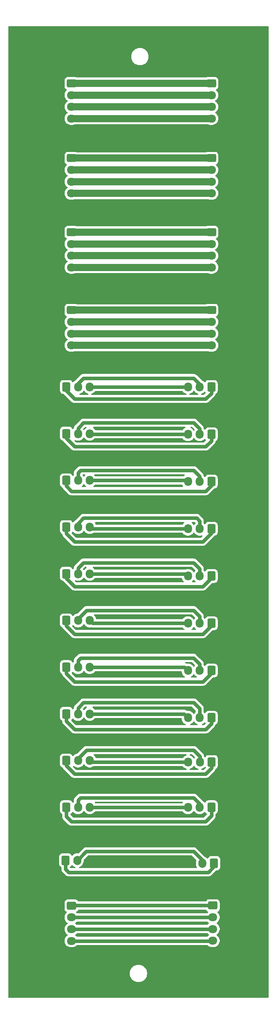
<source format=gbr>
%TF.GenerationSoftware,KiCad,Pcbnew,8.0.8*%
%TF.CreationDate,2025-02-25T14:17:27-08:00*%
%TF.ProjectId,Casa passthrough,43617361-2070-4617-9373-7468726f7567,rev?*%
%TF.SameCoordinates,Original*%
%TF.FileFunction,Copper,L1,Top*%
%TF.FilePolarity,Positive*%
%FSLAX46Y46*%
G04 Gerber Fmt 4.6, Leading zero omitted, Abs format (unit mm)*
G04 Created by KiCad (PCBNEW 8.0.8) date 2025-02-25 14:17:27*
%MOMM*%
%LPD*%
G01*
G04 APERTURE LIST*
G04 Aperture macros list*
%AMRoundRect*
0 Rectangle with rounded corners*
0 $1 Rounding radius*
0 $2 $3 $4 $5 $6 $7 $8 $9 X,Y pos of 4 corners*
0 Add a 4 corners polygon primitive as box body*
4,1,4,$2,$3,$4,$5,$6,$7,$8,$9,$2,$3,0*
0 Add four circle primitives for the rounded corners*
1,1,$1+$1,$2,$3*
1,1,$1+$1,$4,$5*
1,1,$1+$1,$6,$7*
1,1,$1+$1,$8,$9*
0 Add four rect primitives between the rounded corners*
20,1,$1+$1,$2,$3,$4,$5,0*
20,1,$1+$1,$4,$5,$6,$7,0*
20,1,$1+$1,$6,$7,$8,$9,0*
20,1,$1+$1,$8,$9,$2,$3,0*%
G04 Aperture macros list end*
%TA.AperFunction,ComponentPad*%
%ADD10RoundRect,0.250000X0.600000X0.725000X-0.600000X0.725000X-0.600000X-0.725000X0.600000X-0.725000X0*%
%TD*%
%TA.AperFunction,ComponentPad*%
%ADD11O,1.700000X1.950000*%
%TD*%
%TA.AperFunction,ComponentPad*%
%ADD12RoundRect,0.250000X-0.600000X-0.725000X0.600000X-0.725000X0.600000X0.725000X-0.600000X0.725000X0*%
%TD*%
%TA.AperFunction,ComponentPad*%
%ADD13RoundRect,0.250000X-0.600000X-0.750000X0.600000X-0.750000X0.600000X0.750000X-0.600000X0.750000X0*%
%TD*%
%TA.AperFunction,ComponentPad*%
%ADD14O,1.700000X2.000000*%
%TD*%
%TA.AperFunction,ComponentPad*%
%ADD15RoundRect,0.250000X-0.725000X0.600000X-0.725000X-0.600000X0.725000X-0.600000X0.725000X0.600000X0*%
%TD*%
%TA.AperFunction,ComponentPad*%
%ADD16O,1.950000X1.700000*%
%TD*%
%TA.AperFunction,ComponentPad*%
%ADD17RoundRect,0.250000X0.600000X0.750000X-0.600000X0.750000X-0.600000X-0.750000X0.600000X-0.750000X0*%
%TD*%
%TA.AperFunction,Conductor*%
%ADD18C,0.750000*%
%TD*%
%TA.AperFunction,Conductor*%
%ADD19C,1.500000*%
%TD*%
G04 APERTURE END LIST*
D10*
%TO.P,X_Endstop_Min_IN1,1,Pin_1*%
%TO.N,Net-(X_Endstop_Min_IN1-Pin_1)*%
X664845000Y-292735000D03*
D11*
%TO.P,X_Endstop_Min_IN1,2,Pin_2*%
%TO.N,Net-(X_Endstop_Min_IN1-Pin_2)*%
X662345000Y-292735000D03*
%TO.P,X_Endstop_Min_IN1,3,Pin_3*%
%TO.N,Net-(X_Endstop_Min_IN1-Pin_3)*%
X659845000Y-292735000D03*
%TD*%
D12*
%TO.P,Y_Endstop_Min_OUT1,1,Pin_1*%
%TO.N,Net-(Y_Endstop_Min_IN1-Pin_1)*%
X633890000Y-312656110D03*
D11*
%TO.P,Y_Endstop_Min_OUT1,2,Pin_2*%
%TO.N,Net-(Y_Endstop_Min_IN1-Pin_2)*%
X636390000Y-312656110D03*
%TO.P,Y_Endstop_Min_OUT1,3,Pin_3*%
%TO.N,Net-(Y_Endstop_Min_IN1-Pin_3)*%
X638890000Y-312656110D03*
%TD*%
D10*
%TO.P,Probe_IN1,1,Pin_1*%
%TO.N,Net-(Probe_IN1-Pin_1)*%
X664845000Y-382380000D03*
D11*
%TO.P,Probe_IN1,2,Pin_2*%
%TO.N,Net-(Probe_IN1-Pin_2)*%
X662345000Y-382380000D03*
%TO.P,Probe_IN1,3,Pin_3*%
%TO.N,Net-(Probe_IN1-Pin_3)*%
X659845000Y-382380000D03*
%TD*%
D10*
%TO.P,Aux_Endstop_Min_IN1,1,Pin_1*%
%TO.N,Net-(Aux_Endstop_Min_IN1-Pin_1)*%
X664845000Y-353198332D03*
D11*
%TO.P,Aux_Endstop_Min_IN1,2,Pin_2*%
%TO.N,Net-(Aux_Endstop_Min_IN1-Pin_2)*%
X662345000Y-353198332D03*
%TO.P,Aux_Endstop_Min_IN1,3,Pin_3*%
%TO.N,Net-(Aux_Endstop_Min_IN1-Pin_3)*%
X659845000Y-353198332D03*
%TD*%
D13*
%TO.P,Coolant_IN1,1,Pin_1*%
%TO.N,Net-(Coolant_IN1-Pin_1)*%
X633730000Y-393700000D03*
D14*
%TO.P,Coolant_IN1,2,Pin_2*%
%TO.N,Net-(Coolant_IN1-Pin_2)*%
X636230000Y-393700000D03*
%TD*%
D10*
%TO.P,Z_Endstop_Max_IN1,1,Pin_1*%
%TO.N,Net-(Z_Endstop_Max_IN1-Pin_1)*%
X664845000Y-343121110D03*
D11*
%TO.P,Z_Endstop_Max_IN1,2,Pin_2*%
%TO.N,Net-(Z_Endstop_Max_IN1-Pin_2)*%
X662345000Y-343121110D03*
%TO.P,Z_Endstop_Max_IN1,3,Pin_3*%
%TO.N,Net-(Z_Endstop_Max_IN1-Pin_3)*%
X659845000Y-343121110D03*
%TD*%
D12*
%TO.P,Toolsetter_OUT1,1,Pin_1*%
%TO.N,Net-(Toolsetter_IN1-Pin_1)*%
X633890000Y-372419440D03*
D11*
%TO.P,Toolsetter_OUT1,2,Pin_2*%
%TO.N,Net-(Toolsetter_IN1-Pin_2)*%
X636390000Y-372419440D03*
%TO.P,Toolsetter_OUT1,3,Pin_3*%
%TO.N,Net-(Toolsetter_IN1-Pin_3)*%
X638890000Y-372419440D03*
%TD*%
D12*
%TO.P,Y_Endstop_Max_OUT1,1,Pin_1*%
%TO.N,Net-(Y_Endstop_Max_IN1-Pin_1)*%
X633890000Y-322616665D03*
D11*
%TO.P,Y_Endstop_Max_OUT1,2,Pin_2*%
%TO.N,Net-(Y_Endstop_Max_IN1-Pin_2)*%
X636390000Y-322616665D03*
%TO.P,Y_Endstop_Max_OUT1,3,Pin_3*%
%TO.N,Net-(Y_Endstop_Max_IN1-Pin_3)*%
X638890000Y-322616665D03*
%TD*%
D12*
%TO.P,Z_Endstop_Min_OUT1,1,Pin_1*%
%TO.N,Net-(Z_Endstop_Min_IN1-Pin_1)*%
X633890000Y-332577220D03*
D11*
%TO.P,Z_Endstop_Min_OUT1,2,Pin_2*%
%TO.N,Net-(Z_Endstop_Min_IN1-Pin_2)*%
X636390000Y-332577220D03*
%TO.P,Z_Endstop_Min_OUT1,3,Pin_3*%
%TO.N,Net-(Z_Endstop_Min_IN1-Pin_3)*%
X638890000Y-332577220D03*
%TD*%
D10*
%TO.P,Y_Endstop_Min_IN1,1,Pin_1*%
%TO.N,Net-(Y_Endstop_Min_IN1-Pin_1)*%
X664845000Y-312889444D03*
D11*
%TO.P,Y_Endstop_Min_IN1,2,Pin_2*%
%TO.N,Net-(Y_Endstop_Min_IN1-Pin_2)*%
X662345000Y-312889444D03*
%TO.P,Y_Endstop_Min_IN1,3,Pin_3*%
%TO.N,Net-(Y_Endstop_Min_IN1-Pin_3)*%
X659845000Y-312889444D03*
%TD*%
D10*
%TO.P,Aux_Endstop_Max_IN1,1,Pin_1*%
%TO.N,Net-(Aux_Endstop_Max_IN1-Pin_1)*%
X664845000Y-363275554D03*
D11*
%TO.P,Aux_Endstop_Max_IN1,2,Pin_2*%
%TO.N,Net-(Aux_Endstop_Max_IN1-Pin_2)*%
X662345000Y-363275554D03*
%TO.P,Aux_Endstop_Max_IN1,3,Pin_3*%
%TO.N,Net-(Aux_Endstop_Max_IN1-Pin_3)*%
X659845000Y-363275554D03*
%TD*%
D15*
%TO.P,Estop_IN1,1,Pin_1*%
%TO.N,Net-(EStop_OUT1-Pin_1)*%
X665142500Y-403345000D03*
D16*
%TO.P,Estop_IN1,2,Pin_2*%
%TO.N,Net-(EStop_OUT1-Pin_2)*%
X665142500Y-405845000D03*
%TO.P,Estop_IN1,3,Pin_3*%
%TO.N,Net-(EStop_OUT1-Pin_3)*%
X665142500Y-408345000D03*
%TO.P,Estop_IN1,4,Pin_4*%
%TO.N,Net-(EStop_OUT1-Pin_4)*%
X665142500Y-410845000D03*
%TD*%
D15*
%TO.P,EStop_OUT1,1,Pin_1*%
%TO.N,Net-(EStop_OUT1-Pin_1)*%
X635000000Y-403385000D03*
D16*
%TO.P,EStop_OUT1,2,Pin_2*%
%TO.N,Net-(EStop_OUT1-Pin_2)*%
X635000000Y-405885000D03*
%TO.P,EStop_OUT1,3,Pin_3*%
%TO.N,Net-(EStop_OUT1-Pin_3)*%
X635000000Y-408385000D03*
%TO.P,EStop_OUT1,4,Pin_4*%
%TO.N,Net-(EStop_OUT1-Pin_4)*%
X635000000Y-410885000D03*
%TD*%
D15*
%TO.P,Aux_Motor_OUT1,1,Pin_1*%
%TO.N,Net-(Aux_Motor_IN1-Pin_1)*%
X664845000Y-276345000D03*
D16*
%TO.P,Aux_Motor_OUT1,2,Pin_2*%
%TO.N,Net-(Aux_Motor_IN1-Pin_2)*%
X664845000Y-278845000D03*
%TO.P,Aux_Motor_OUT1,3,Pin_3*%
%TO.N,Net-(Aux_Motor_IN1-Pin_3)*%
X664845000Y-281345000D03*
%TO.P,Aux_Motor_OUT1,4,Pin_4*%
%TO.N,Net-(Aux_Motor_IN1-Pin_4)*%
X664845000Y-283845000D03*
%TD*%
D12*
%TO.P,X_Endstop_Max_OUT1,1,Pin_1*%
%TO.N,Net-(X_Endstop_Max_IN1-Pin_1)*%
X633890000Y-302695555D03*
D11*
%TO.P,X_Endstop_Max_OUT1,2,Pin_2*%
%TO.N,Net-(X_Endstop_Max_IN1-Pin_2)*%
X636390000Y-302695555D03*
%TO.P,X_Endstop_Max_OUT1,3,Pin_3*%
%TO.N,Net-(X_Endstop_Max_IN1-Pin_3)*%
X638890000Y-302695555D03*
%TD*%
D15*
%TO.P,X_Motor_IN1,1,Pin_1*%
%TO.N,Net-(X_Motor_IN1-Pin_1)*%
X635000000Y-227965000D03*
D16*
%TO.P,X_Motor_IN1,2,Pin_2*%
%TO.N,Net-(X_Motor_IN1-Pin_2)*%
X635000000Y-230465000D03*
%TO.P,X_Motor_IN1,3,Pin_3*%
%TO.N,Net-(X_Motor_IN1-Pin_3)*%
X635000000Y-232965000D03*
%TO.P,X_Motor_IN1,4,Pin_4*%
%TO.N,Net-(X_Motor_IN1-Pin_4)*%
X635000000Y-235465000D03*
%TD*%
D12*
%TO.P,Probe_OUT1,1,Pin_1*%
%TO.N,Net-(Probe_IN1-Pin_1)*%
X633890000Y-382380000D03*
D11*
%TO.P,Probe_OUT1,2,Pin_2*%
%TO.N,Net-(Probe_IN1-Pin_2)*%
X636390000Y-382380000D03*
%TO.P,Probe_OUT1,3,Pin_3*%
%TO.N,Net-(Probe_IN1-Pin_3)*%
X638890000Y-382380000D03*
%TD*%
D15*
%TO.P,Z_Motor_OUT1,1,Pin_1*%
%TO.N,Net-(Z_Motor_IN1-Pin_1)*%
X664845000Y-259715000D03*
D16*
%TO.P,Z_Motor_OUT1,2,Pin_2*%
%TO.N,Net-(Z_Motor_IN1-Pin_2)*%
X664845000Y-262215000D03*
%TO.P,Z_Motor_OUT1,3,Pin_3*%
%TO.N,Net-(Z_Motor_IN1-Pin_3)*%
X664845000Y-264715000D03*
%TO.P,Z_Motor_OUT1,4,Pin_4*%
%TO.N,Net-(Z_Motor_IN1-Pin_4)*%
X664845000Y-267215000D03*
%TD*%
D10*
%TO.P,Y_Endstop_Max_IN1,1,Pin_1*%
%TO.N,Net-(Y_Endstop_Max_IN1-Pin_1)*%
X664845000Y-322966666D03*
D11*
%TO.P,Y_Endstop_Max_IN1,2,Pin_2*%
%TO.N,Net-(Y_Endstop_Max_IN1-Pin_2)*%
X662345000Y-322966666D03*
%TO.P,Y_Endstop_Max_IN1,3,Pin_3*%
%TO.N,Net-(Y_Endstop_Max_IN1-Pin_3)*%
X659845000Y-322966666D03*
%TD*%
D17*
%TO.P,Coolant_OUT1,1,Pin_1*%
%TO.N,Net-(Coolant_IN1-Pin_1)*%
X665400000Y-394335000D03*
D14*
%TO.P,Coolant_OUT1,2,Pin_2*%
%TO.N,Net-(Coolant_IN1-Pin_2)*%
X662900000Y-394335000D03*
%TD*%
D10*
%TO.P,X_Endstop_Max_IN1,1,Pin_1*%
%TO.N,Net-(X_Endstop_Max_IN1-Pin_1)*%
X664845000Y-302812222D03*
D11*
%TO.P,X_Endstop_Max_IN1,2,Pin_2*%
%TO.N,Net-(X_Endstop_Max_IN1-Pin_2)*%
X662345000Y-302812222D03*
%TO.P,X_Endstop_Max_IN1,3,Pin_3*%
%TO.N,Net-(X_Endstop_Max_IN1-Pin_3)*%
X659845000Y-302812222D03*
%TD*%
D10*
%TO.P,Toolsetter_IN1,1,Pin_1*%
%TO.N,Net-(Toolsetter_IN1-Pin_1)*%
X664885000Y-372745000D03*
D11*
%TO.P,Toolsetter_IN1,2,Pin_2*%
%TO.N,Net-(Toolsetter_IN1-Pin_2)*%
X662385000Y-372745000D03*
%TO.P,Toolsetter_IN1,3,Pin_3*%
%TO.N,Net-(Toolsetter_IN1-Pin_3)*%
X659885000Y-372745000D03*
%TD*%
D12*
%TO.P,Aux_Endstop_Max_OUT1,1,Pin_1*%
%TO.N,Net-(Aux_Endstop_Max_IN1-Pin_1)*%
X633890000Y-362458885D03*
D11*
%TO.P,Aux_Endstop_Max_OUT1,2,Pin_2*%
%TO.N,Net-(Aux_Endstop_Max_IN1-Pin_2)*%
X636390000Y-362458885D03*
%TO.P,Aux_Endstop_Max_OUT1,3,Pin_3*%
%TO.N,Net-(Aux_Endstop_Max_IN1-Pin_3)*%
X638890000Y-362458885D03*
%TD*%
D15*
%TO.P,Z_Motor_IN1,1,Pin_1*%
%TO.N,Net-(Z_Motor_IN1-Pin_1)*%
X635000000Y-259715000D03*
D16*
%TO.P,Z_Motor_IN1,2,Pin_2*%
%TO.N,Net-(Z_Motor_IN1-Pin_2)*%
X635000000Y-262215000D03*
%TO.P,Z_Motor_IN1,3,Pin_3*%
%TO.N,Net-(Z_Motor_IN1-Pin_3)*%
X635000000Y-264715000D03*
%TO.P,Z_Motor_IN1,4,Pin_4*%
%TO.N,Net-(Z_Motor_IN1-Pin_4)*%
X635000000Y-267215000D03*
%TD*%
D15*
%TO.P,X_Motor_OUT1,1,Pin_1*%
%TO.N,Net-(X_Motor_IN1-Pin_1)*%
X664845000Y-227965000D03*
D16*
%TO.P,X_Motor_OUT1,2,Pin_2*%
%TO.N,Net-(X_Motor_IN1-Pin_2)*%
X664845000Y-230465000D03*
%TO.P,X_Motor_OUT1,3,Pin_3*%
%TO.N,Net-(X_Motor_IN1-Pin_3)*%
X664845000Y-232965000D03*
%TO.P,X_Motor_OUT1,4,Pin_4*%
%TO.N,Net-(X_Motor_IN1-Pin_4)*%
X664845000Y-235465000D03*
%TD*%
D12*
%TO.P,X_Endstop_Min_OUT1,1,Pin_1*%
%TO.N,Net-(X_Endstop_Min_IN1-Pin_1)*%
X633890000Y-292735000D03*
D11*
%TO.P,X_Endstop_Min_OUT1,2,Pin_2*%
%TO.N,Net-(X_Endstop_Min_IN1-Pin_2)*%
X636390000Y-292735000D03*
%TO.P,X_Endstop_Min_OUT1,3,Pin_3*%
%TO.N,Net-(X_Endstop_Min_IN1-Pin_3)*%
X638890000Y-292735000D03*
%TD*%
D15*
%TO.P,Y_Motor_OUT1,1,Pin_1*%
%TO.N,Net-(Y_Motor_IN1-Pin_1)*%
X664845000Y-243920000D03*
D16*
%TO.P,Y_Motor_OUT1,2,Pin_2*%
%TO.N,Net-(Y_Motor_IN1-Pin_2)*%
X664845000Y-246420000D03*
%TO.P,Y_Motor_OUT1,3,Pin_3*%
%TO.N,Net-(Y_Motor_IN1-Pin_3)*%
X664845000Y-248920000D03*
%TO.P,Y_Motor_OUT1,4,Pin_4*%
%TO.N,Net-(Y_Motor_IN1-Pin_4)*%
X664845000Y-251420000D03*
%TD*%
D12*
%TO.P,Z_Endstop_Max_OUT1,1,Pin_1*%
%TO.N,Net-(Z_Endstop_Max_IN1-Pin_1)*%
X633890000Y-342537775D03*
D11*
%TO.P,Z_Endstop_Max_OUT1,2,Pin_2*%
%TO.N,Net-(Z_Endstop_Max_IN1-Pin_2)*%
X636390000Y-342537775D03*
%TO.P,Z_Endstop_Max_OUT1,3,Pin_3*%
%TO.N,Net-(Z_Endstop_Max_IN1-Pin_3)*%
X638890000Y-342537775D03*
%TD*%
D10*
%TO.P,Z_Endstop_Min_IN1,1,Pin_1*%
%TO.N,Net-(Z_Endstop_Min_IN1-Pin_1)*%
X664845000Y-333043888D03*
D11*
%TO.P,Z_Endstop_Min_IN1,2,Pin_2*%
%TO.N,Net-(Z_Endstop_Min_IN1-Pin_2)*%
X662345000Y-333043888D03*
%TO.P,Z_Endstop_Min_IN1,3,Pin_3*%
%TO.N,Net-(Z_Endstop_Min_IN1-Pin_3)*%
X659845000Y-333043888D03*
%TD*%
D15*
%TO.P,Y_Motor_IN1,1,Pin_1*%
%TO.N,Net-(Y_Motor_IN1-Pin_1)*%
X635000000Y-243920000D03*
D16*
%TO.P,Y_Motor_IN1,2,Pin_2*%
%TO.N,Net-(Y_Motor_IN1-Pin_2)*%
X635000000Y-246420000D03*
%TO.P,Y_Motor_IN1,3,Pin_3*%
%TO.N,Net-(Y_Motor_IN1-Pin_3)*%
X635000000Y-248920000D03*
%TO.P,Y_Motor_IN1,4,Pin_4*%
%TO.N,Net-(Y_Motor_IN1-Pin_4)*%
X635000000Y-251420000D03*
%TD*%
D12*
%TO.P,Aux_Endstop_Min_OUT1,1,Pin_1*%
%TO.N,Net-(Aux_Endstop_Min_IN1-Pin_1)*%
X633890000Y-352498330D03*
D11*
%TO.P,Aux_Endstop_Min_OUT1,2,Pin_2*%
%TO.N,Net-(Aux_Endstop_Min_IN1-Pin_2)*%
X636390000Y-352498330D03*
%TO.P,Aux_Endstop_Min_OUT1,3,Pin_3*%
%TO.N,Net-(Aux_Endstop_Min_IN1-Pin_3)*%
X638890000Y-352498330D03*
%TD*%
D15*
%TO.P,Aux_Motor_IN1,1,Pin_1*%
%TO.N,Net-(Aux_Motor_IN1-Pin_1)*%
X635000000Y-276345000D03*
D16*
%TO.P,Aux_Motor_IN1,2,Pin_2*%
%TO.N,Net-(Aux_Motor_IN1-Pin_2)*%
X635000000Y-278845000D03*
%TO.P,Aux_Motor_IN1,3,Pin_3*%
%TO.N,Net-(Aux_Motor_IN1-Pin_3)*%
X635000000Y-281345000D03*
%TO.P,Aux_Motor_IN1,4,Pin_4*%
%TO.N,Net-(Aux_Motor_IN1-Pin_4)*%
X635000000Y-283845000D03*
%TD*%
D18*
%TO.N,Net-(Probe_IN1-Pin_1)*%
X633890000Y-384335000D02*
X635000000Y-385445000D01*
X633890000Y-382380000D02*
X633890000Y-384335000D01*
X664885000Y-384175000D02*
X664845000Y-384135000D01*
X663615000Y-385445000D02*
X664885000Y-384175000D01*
X664845000Y-384135000D02*
X664845000Y-382380000D01*
X635000000Y-385445000D02*
X663615000Y-385445000D01*
%TO.N,Net-(Probe_IN1-Pin_3)*%
X638890000Y-382380000D02*
X659845000Y-382380000D01*
%TO.N,Net-(Probe_IN1-Pin_2)*%
X636390000Y-382380000D02*
X636390000Y-380880000D01*
X636390000Y-380880000D02*
X636905000Y-380365000D01*
X661075000Y-380365000D02*
X662345000Y-381635000D01*
X662345000Y-381635000D02*
X662345000Y-382380000D01*
X636905000Y-380365000D02*
X661075000Y-380365000D01*
%TO.N,Net-(Toolsetter_IN1-Pin_1)*%
X633890000Y-372419440D02*
X633890000Y-373540000D01*
X663615000Y-375285000D02*
X664885000Y-374015000D01*
X635635000Y-375285000D02*
X663615000Y-375285000D01*
X633890000Y-373540000D02*
X635635000Y-375285000D01*
X664885000Y-374015000D02*
X664885000Y-372745000D01*
%TO.N,Net-(Toolsetter_IN1-Pin_3)*%
X639215560Y-372745000D02*
X638890000Y-372419440D01*
X659885000Y-372745000D02*
X639215560Y-372745000D01*
%TO.N,Net-(Toolsetter_IN1-Pin_2)*%
X636390000Y-371990000D02*
X638175000Y-370205000D01*
X662385000Y-371515000D02*
X662385000Y-372745000D01*
X638175000Y-370205000D02*
X661075000Y-370205000D01*
X661075000Y-370205000D02*
X662385000Y-371515000D01*
X636390000Y-372419440D02*
X636390000Y-371990000D01*
%TO.N,Net-(Aux_Endstop_Max_IN1-Pin_3)*%
X638890000Y-362458885D02*
X659028331Y-362458885D01*
X659028331Y-362458885D02*
X659845000Y-363275554D01*
%TO.N,Net-(Aux_Endstop_Max_IN1-Pin_1)*%
X664845000Y-364530000D02*
X664845000Y-363275554D01*
X633890000Y-362458885D02*
X633890000Y-364015000D01*
X635635000Y-365760000D02*
X663615000Y-365760000D01*
X663615000Y-365760000D02*
X664845000Y-364530000D01*
X633890000Y-364015000D02*
X635635000Y-365760000D01*
%TO.N,Net-(Aux_Endstop_Max_IN1-Pin_2)*%
X637540000Y-360045000D02*
X661075000Y-360045000D01*
X636390000Y-361195000D02*
X637540000Y-360045000D01*
X662345000Y-361315000D02*
X662345000Y-363275554D01*
X661075000Y-360045000D02*
X662345000Y-361315000D01*
X636390000Y-362458885D02*
X636390000Y-361195000D01*
D19*
%TO.N,Net-(X_Motor_IN1-Pin_1)*%
X635000000Y-227965000D02*
X664845000Y-227965000D01*
%TO.N,Net-(X_Motor_IN1-Pin_4)*%
X664845000Y-235465000D02*
X635000000Y-235465000D01*
%TO.N,Net-(X_Motor_IN1-Pin_3)*%
X635000000Y-232965000D02*
X664845000Y-232965000D01*
%TO.N,Net-(X_Motor_IN1-Pin_2)*%
X664845000Y-230465000D02*
X635000000Y-230465000D01*
D18*
%TO.N,Net-(Aux_Endstop_Min_IN1-Pin_2)*%
X662345000Y-351830000D02*
X662345000Y-353198332D01*
X636390000Y-351035000D02*
X636905000Y-350520000D01*
X636390000Y-352498330D02*
X636390000Y-351035000D01*
X636905000Y-350520000D02*
X661035000Y-350520000D01*
X661035000Y-350520000D02*
X662345000Y-351830000D01*
%TO.N,Net-(Aux_Endstop_Min_IN1-Pin_1)*%
X633890000Y-353855000D02*
X635635000Y-355600000D01*
X664845000Y-353735000D02*
X664845000Y-353198332D01*
X662980000Y-355600000D02*
X664845000Y-353735000D01*
X635635000Y-355600000D02*
X662980000Y-355600000D01*
X633890000Y-352498330D02*
X633890000Y-353855000D01*
%TO.N,Net-(Aux_Endstop_Min_IN1-Pin_3)*%
X659144998Y-352498330D02*
X659845000Y-353198332D01*
X638890000Y-352498330D02*
X659144998Y-352498330D01*
D19*
%TO.N,Net-(Y_Motor_IN1-Pin_1)*%
X635000000Y-243920000D02*
X664845000Y-243920000D01*
%TO.N,Net-(Y_Motor_IN1-Pin_4)*%
X664845000Y-251420000D02*
X635000000Y-251420000D01*
%TO.N,Net-(Y_Motor_IN1-Pin_3)*%
X635000000Y-248920000D02*
X664845000Y-248920000D01*
%TO.N,Net-(Y_Motor_IN1-Pin_2)*%
X664845000Y-246420000D02*
X635000000Y-246420000D01*
D18*
%TO.N,Net-(X_Endstop_Max_IN1-Pin_2)*%
X662345000Y-301625000D02*
X662345000Y-302812222D01*
X636390000Y-302695555D02*
X636390000Y-301505000D01*
X661075000Y-300355000D02*
X662345000Y-301625000D01*
X636390000Y-301505000D02*
X637540000Y-300355000D01*
X637540000Y-300355000D02*
X661075000Y-300355000D01*
%TO.N,Net-(X_Endstop_Max_IN1-Pin_3)*%
X639006667Y-302812222D02*
X638890000Y-302695555D01*
X659845000Y-302812222D02*
X639006667Y-302812222D01*
%TO.N,Net-(X_Endstop_Max_IN1-Pin_1)*%
X663615000Y-305435000D02*
X664845000Y-304205000D01*
X664845000Y-304205000D02*
X664845000Y-302812222D01*
X633890000Y-302695555D02*
X633890000Y-303690000D01*
X635635000Y-305435000D02*
X663615000Y-305435000D01*
X633890000Y-303690000D02*
X635635000Y-305435000D01*
D19*
%TO.N,Net-(Z_Motor_IN1-Pin_1)*%
X635000000Y-259715000D02*
X664845000Y-259715000D01*
%TO.N,Net-(Z_Motor_IN1-Pin_3)*%
X635000000Y-264715000D02*
X664845000Y-264715000D01*
%TO.N,Net-(Z_Motor_IN1-Pin_2)*%
X664845000Y-262215000D02*
X635000000Y-262215000D01*
%TO.N,Net-(Z_Motor_IN1-Pin_4)*%
X664845000Y-267215000D02*
X635000000Y-267215000D01*
D18*
%TO.N,Net-(X_Endstop_Min_IN1-Pin_3)*%
X638890000Y-292735000D02*
X659845000Y-292735000D01*
%TO.N,Net-(X_Endstop_Min_IN1-Pin_1)*%
X633890000Y-293530000D02*
X635635000Y-295275000D01*
X664845000Y-294045000D02*
X664845000Y-292735000D01*
X633890000Y-292735000D02*
X633890000Y-293530000D01*
X663615000Y-295275000D02*
X664845000Y-294045000D01*
X635635000Y-295275000D02*
X663615000Y-295275000D01*
%TO.N,Net-(X_Endstop_Min_IN1-Pin_2)*%
X661075000Y-290830000D02*
X662345000Y-292100000D01*
X636390000Y-291980000D02*
X637540000Y-290830000D01*
X636390000Y-292735000D02*
X636390000Y-291980000D01*
X662345000Y-292100000D02*
X662345000Y-292735000D01*
X637540000Y-290830000D02*
X661075000Y-290830000D01*
D19*
%TO.N,Net-(Aux_Motor_IN1-Pin_3)*%
X635000000Y-281345000D02*
X664845000Y-281345000D01*
%TO.N,Net-(Aux_Motor_IN1-Pin_4)*%
X664845000Y-283845000D02*
X635000000Y-283845000D01*
%TO.N,Net-(Aux_Motor_IN1-Pin_2)*%
X664845000Y-278845000D02*
X635000000Y-278845000D01*
%TO.N,Net-(Aux_Motor_IN1-Pin_1)*%
X635000000Y-276345000D02*
X664845000Y-276345000D01*
D18*
%TO.N,Net-(EStop_OUT1-Pin_1)*%
X665142500Y-403345000D02*
X635337500Y-403345000D01*
X635040000Y-403345000D02*
X635000000Y-403385000D01*
%TO.N,Net-(EStop_OUT1-Pin_2)*%
X665102500Y-405885000D02*
X665142500Y-405845000D01*
X635297500Y-405885000D02*
X665102500Y-405885000D01*
%TO.N,Net-(EStop_OUT1-Pin_4)*%
X635297500Y-410885000D02*
X665102500Y-410885000D01*
X665102500Y-410885000D02*
X665142500Y-410845000D01*
%TO.N,Net-(EStop_OUT1-Pin_3)*%
X665142500Y-408345000D02*
X635337500Y-408345000D01*
X635040000Y-408345000D02*
X635000000Y-408385000D01*
%TO.N,Net-(Y_Endstop_Max_IN1-Pin_1)*%
X662980000Y-325755000D02*
X664845000Y-323890000D01*
X633890000Y-322616665D02*
X633890000Y-324010000D01*
X633890000Y-324010000D02*
X635635000Y-325755000D01*
X635635000Y-325755000D02*
X662980000Y-325755000D01*
X664845000Y-323890000D02*
X664845000Y-322966666D01*
%TO.N,Net-(Y_Endstop_Max_IN1-Pin_2)*%
X636390000Y-321825000D02*
X637540000Y-320675000D01*
X637540000Y-320675000D02*
X661710000Y-320675000D01*
X661710000Y-320675000D02*
X662345000Y-321310000D01*
X662345000Y-321310000D02*
X662345000Y-322966666D01*
X636390000Y-322616665D02*
X636390000Y-321825000D01*
%TO.N,Net-(Y_Endstop_Max_IN1-Pin_3)*%
X639240001Y-322966666D02*
X638890000Y-322616665D01*
X659845000Y-322966666D02*
X639240001Y-322966666D01*
%TO.N,Net-(Y_Endstop_Min_IN1-Pin_3)*%
X659611666Y-312656110D02*
X659845000Y-312889444D01*
X638890000Y-312656110D02*
X659611666Y-312656110D01*
%TO.N,Net-(Y_Endstop_Min_IN1-Pin_1)*%
X664845000Y-313730000D02*
X664845000Y-312889444D01*
X663615000Y-314960000D02*
X664845000Y-313730000D01*
X635000000Y-314960000D02*
X663615000Y-314960000D01*
X633890000Y-313850000D02*
X635000000Y-314960000D01*
X633890000Y-312656110D02*
X633890000Y-313850000D01*
%TO.N,Net-(Y_Endstop_Min_IN1-Pin_2)*%
X636390000Y-311030000D02*
X636905000Y-310515000D01*
X662345000Y-311785000D02*
X662345000Y-312889444D01*
X661075000Y-310515000D02*
X662345000Y-311785000D01*
X636905000Y-310515000D02*
X661075000Y-310515000D01*
X636390000Y-312656110D02*
X636390000Y-311030000D01*
%TO.N,Net-(Z_Endstop_Max_IN1-Pin_3)*%
X659845000Y-343121110D02*
X639473335Y-343121110D01*
X639473335Y-343121110D02*
X638890000Y-342537775D01*
%TO.N,Net-(Z_Endstop_Max_IN1-Pin_1)*%
X635635000Y-345440000D02*
X662980000Y-345440000D01*
X664845000Y-343575000D02*
X664845000Y-343121110D01*
X633890000Y-342537775D02*
X633890000Y-343695000D01*
X633890000Y-343695000D02*
X635635000Y-345440000D01*
X662980000Y-345440000D02*
X664845000Y-343575000D01*
%TO.N,Net-(Z_Endstop_Max_IN1-Pin_2)*%
X638175000Y-340360000D02*
X661075000Y-340360000D01*
X661075000Y-340360000D02*
X662345000Y-341630000D01*
X662345000Y-341630000D02*
X662345000Y-343121110D01*
X636390000Y-342537775D02*
X636390000Y-342145000D01*
X636390000Y-342145000D02*
X638175000Y-340360000D01*
%TO.N,Net-(Z_Endstop_Min_IN1-Pin_1)*%
X633890000Y-332577220D02*
X633890000Y-333535000D01*
X664845000Y-333415000D02*
X664845000Y-333043888D01*
X662980000Y-335280000D02*
X664845000Y-333415000D01*
X635635000Y-335280000D02*
X662980000Y-335280000D01*
X633890000Y-333535000D02*
X635635000Y-335280000D01*
%TO.N,Net-(Z_Endstop_Min_IN1-Pin_3)*%
X638890000Y-332577220D02*
X659378332Y-332577220D01*
X659378332Y-332577220D02*
X659845000Y-333043888D01*
%TO.N,Net-(Z_Endstop_Min_IN1-Pin_2)*%
X636390000Y-332577220D02*
X636390000Y-331350000D01*
X636390000Y-331350000D02*
X637540000Y-330200000D01*
X637540000Y-330200000D02*
X661075000Y-330200000D01*
X661075000Y-330200000D02*
X662345000Y-331470000D01*
X662345000Y-331470000D02*
X662345000Y-333043888D01*
%TO.N,Net-(Coolant_IN1-Pin_2)*%
X638135000Y-391795000D02*
X636230000Y-393700000D01*
X661035000Y-391795000D02*
X638135000Y-391795000D01*
X662900000Y-393660000D02*
X661035000Y-391795000D01*
X662900000Y-394335000D02*
X662900000Y-393660000D01*
%TO.N,Net-(Coolant_IN1-Pin_1)*%
X634365000Y-396240000D02*
X664210000Y-396240000D01*
X633730000Y-395605000D02*
X634365000Y-396240000D01*
X665400000Y-395050000D02*
X664210000Y-396240000D01*
X633730000Y-393700000D02*
X633730000Y-395605000D01*
X665400000Y-394335000D02*
X665400000Y-395050000D01*
%TD*%
%TA.AperFunction,NonConductor*%
G36*
X676987539Y-215785185D02*
G01*
X677033294Y-215837989D01*
X677044500Y-215889500D01*
X677044500Y-422920500D01*
X677024815Y-422987539D01*
X676972011Y-423033294D01*
X676920500Y-423044500D01*
X621654500Y-423044500D01*
X621587461Y-423024815D01*
X621541706Y-422972011D01*
X621530500Y-422920500D01*
X621530500Y-417708711D01*
X647437000Y-417708711D01*
X647437000Y-417951288D01*
X647468661Y-418191785D01*
X647531447Y-418426104D01*
X647624273Y-418650205D01*
X647624276Y-418650212D01*
X647745564Y-418860289D01*
X647745566Y-418860292D01*
X647745567Y-418860293D01*
X647893233Y-419052736D01*
X647893239Y-419052743D01*
X648064756Y-419224260D01*
X648064762Y-419224265D01*
X648257211Y-419371936D01*
X648467288Y-419493224D01*
X648691400Y-419586054D01*
X648925711Y-419648838D01*
X649106086Y-419672584D01*
X649166211Y-419680500D01*
X649166212Y-419680500D01*
X649408789Y-419680500D01*
X649456888Y-419674167D01*
X649649289Y-419648838D01*
X649883600Y-419586054D01*
X650107712Y-419493224D01*
X650317789Y-419371936D01*
X650510238Y-419224265D01*
X650681765Y-419052738D01*
X650829436Y-418860289D01*
X650950724Y-418650212D01*
X651043554Y-418426100D01*
X651106338Y-418191789D01*
X651138000Y-417951288D01*
X651138000Y-417708712D01*
X651106338Y-417468211D01*
X651043554Y-417233900D01*
X650950724Y-417009788D01*
X650829436Y-416799711D01*
X650681765Y-416607262D01*
X650681760Y-416607256D01*
X650510243Y-416435739D01*
X650510236Y-416435733D01*
X650317793Y-416288067D01*
X650317792Y-416288066D01*
X650317789Y-416288064D01*
X650107712Y-416166776D01*
X650107705Y-416166773D01*
X649883604Y-416073947D01*
X649649285Y-416011161D01*
X649408789Y-415979500D01*
X649408788Y-415979500D01*
X649166212Y-415979500D01*
X649166211Y-415979500D01*
X648925714Y-416011161D01*
X648691395Y-416073947D01*
X648467294Y-416166773D01*
X648467285Y-416166777D01*
X648257206Y-416288067D01*
X648064763Y-416435733D01*
X648064756Y-416435739D01*
X647893239Y-416607256D01*
X647893233Y-416607263D01*
X647745567Y-416799706D01*
X647624277Y-417009785D01*
X647624273Y-417009794D01*
X647531447Y-417233895D01*
X647468661Y-417468214D01*
X647437000Y-417708711D01*
X621530500Y-417708711D01*
X621530500Y-402734983D01*
X633524500Y-402734983D01*
X633524500Y-404035001D01*
X633524501Y-404035018D01*
X633535000Y-404137796D01*
X633535001Y-404137799D01*
X633590185Y-404304331D01*
X633590187Y-404304336D01*
X633682289Y-404453657D01*
X633806344Y-404577712D01*
X633961120Y-404673178D01*
X634007845Y-404725126D01*
X634019068Y-404794088D01*
X633991224Y-404858171D01*
X633983706Y-404866398D01*
X633844889Y-405005215D01*
X633719951Y-405177179D01*
X633623444Y-405366585D01*
X633557753Y-405568760D01*
X633524500Y-405778713D01*
X633524500Y-405991286D01*
X633557753Y-406201239D01*
X633623444Y-406403414D01*
X633719951Y-406592820D01*
X633844890Y-406764786D01*
X633995209Y-406915105D01*
X633995214Y-406915109D01*
X634159793Y-407034682D01*
X634202459Y-407090011D01*
X634208438Y-407159625D01*
X634175833Y-407221420D01*
X634159793Y-407235318D01*
X633995214Y-407354890D01*
X633995209Y-407354894D01*
X633844890Y-407505213D01*
X633719951Y-407677179D01*
X633623444Y-407866585D01*
X633557753Y-408068760D01*
X633524500Y-408278713D01*
X633524500Y-408491286D01*
X633557753Y-408701239D01*
X633623444Y-408903414D01*
X633719951Y-409092820D01*
X633844890Y-409264786D01*
X633995209Y-409415105D01*
X633995214Y-409415109D01*
X634159793Y-409534682D01*
X634202459Y-409590011D01*
X634208438Y-409659625D01*
X634175833Y-409721420D01*
X634159793Y-409735318D01*
X633995214Y-409854890D01*
X633995209Y-409854894D01*
X633844890Y-410005213D01*
X633719951Y-410177179D01*
X633623444Y-410366585D01*
X633557753Y-410568760D01*
X633524500Y-410778713D01*
X633524500Y-410991286D01*
X633557753Y-411201239D01*
X633623444Y-411403414D01*
X633719951Y-411592820D01*
X633844890Y-411764786D01*
X633995213Y-411915109D01*
X634167179Y-412040048D01*
X634167181Y-412040049D01*
X634167184Y-412040051D01*
X634356588Y-412136557D01*
X634558757Y-412202246D01*
X634768713Y-412235500D01*
X634768714Y-412235500D01*
X635231286Y-412235500D01*
X635231287Y-412235500D01*
X635441243Y-412202246D01*
X635643412Y-412136557D01*
X635832816Y-412040051D01*
X635887876Y-412000048D01*
X636004786Y-411915109D01*
X636004788Y-411915106D01*
X636004792Y-411915104D01*
X636123077Y-411796819D01*
X636184400Y-411763334D01*
X636210758Y-411760500D01*
X663971742Y-411760500D01*
X664038781Y-411780185D01*
X664059423Y-411796819D01*
X664137713Y-411875109D01*
X664309679Y-412000048D01*
X664309681Y-412000049D01*
X664309684Y-412000051D01*
X664499088Y-412096557D01*
X664701257Y-412162246D01*
X664911213Y-412195500D01*
X664911214Y-412195500D01*
X665373786Y-412195500D01*
X665373787Y-412195500D01*
X665583743Y-412162246D01*
X665785912Y-412096557D01*
X665975316Y-412000051D01*
X665997289Y-411984086D01*
X666147286Y-411875109D01*
X666147288Y-411875106D01*
X666147292Y-411875104D01*
X666297604Y-411724792D01*
X666297606Y-411724788D01*
X666297609Y-411724786D01*
X666422548Y-411552820D01*
X666422547Y-411552820D01*
X666422551Y-411552816D01*
X666519057Y-411363412D01*
X666584746Y-411161243D01*
X666618000Y-410951287D01*
X666618000Y-410738713D01*
X666584746Y-410528757D01*
X666519057Y-410326588D01*
X666422551Y-410137184D01*
X666422549Y-410137181D01*
X666422548Y-410137179D01*
X666297609Y-409965213D01*
X666147292Y-409814896D01*
X666147284Y-409814890D01*
X665982704Y-409695316D01*
X665940040Y-409639989D01*
X665934061Y-409570376D01*
X665966666Y-409508580D01*
X665982699Y-409494686D01*
X666147292Y-409375104D01*
X666297604Y-409224792D01*
X666297606Y-409224788D01*
X666297609Y-409224786D01*
X666422548Y-409052820D01*
X666422547Y-409052820D01*
X666422551Y-409052816D01*
X666519057Y-408863412D01*
X666584746Y-408661243D01*
X666618000Y-408451287D01*
X666618000Y-408238713D01*
X666584746Y-408028757D01*
X666519057Y-407826588D01*
X666422551Y-407637184D01*
X666422549Y-407637181D01*
X666422548Y-407637179D01*
X666297609Y-407465213D01*
X666147292Y-407314896D01*
X666147284Y-407314890D01*
X665982704Y-407195316D01*
X665940040Y-407139989D01*
X665934061Y-407070376D01*
X665966666Y-407008580D01*
X665982699Y-406994686D01*
X666147292Y-406875104D01*
X666297604Y-406724792D01*
X666297606Y-406724788D01*
X666297609Y-406724786D01*
X666422548Y-406552820D01*
X666422547Y-406552820D01*
X666422551Y-406552816D01*
X666519057Y-406363412D01*
X666584746Y-406161243D01*
X666618000Y-405951287D01*
X666618000Y-405738713D01*
X666584746Y-405528757D01*
X666519057Y-405326588D01*
X666422551Y-405137184D01*
X666422549Y-405137181D01*
X666422548Y-405137179D01*
X666297609Y-404965213D01*
X666158794Y-404826398D01*
X666125309Y-404765075D01*
X666130293Y-404695383D01*
X666172165Y-404639450D01*
X666181379Y-404633178D01*
X666186831Y-404629814D01*
X666186834Y-404629814D01*
X666336156Y-404537712D01*
X666460212Y-404413656D01*
X666552314Y-404264334D01*
X666607499Y-404097797D01*
X666618000Y-403995009D01*
X666617999Y-402694992D01*
X666607499Y-402592203D01*
X666552314Y-402425666D01*
X666460212Y-402276344D01*
X666336156Y-402152288D01*
X666186834Y-402060186D01*
X666020297Y-402005001D01*
X666020295Y-402005000D01*
X665917510Y-401994500D01*
X664367498Y-401994500D01*
X664367481Y-401994501D01*
X664264703Y-402005000D01*
X664264700Y-402005001D01*
X664098168Y-402060185D01*
X664098163Y-402060187D01*
X663948842Y-402152289D01*
X663824789Y-402276342D01*
X663741981Y-402410597D01*
X663690033Y-402457321D01*
X663636442Y-402469500D01*
X636481386Y-402469500D01*
X636414347Y-402449815D01*
X636375847Y-402410597D01*
X636317712Y-402316344D01*
X636193656Y-402192288D01*
X636044334Y-402100186D01*
X635877797Y-402045001D01*
X635877795Y-402045000D01*
X635775010Y-402034500D01*
X634224998Y-402034500D01*
X634224981Y-402034501D01*
X634122203Y-402045000D01*
X634122200Y-402045001D01*
X633955668Y-402100185D01*
X633955663Y-402100187D01*
X633806342Y-402192289D01*
X633682289Y-402316342D01*
X633590187Y-402465663D01*
X633590185Y-402465668D01*
X633562349Y-402549670D01*
X633535001Y-402632203D01*
X633535001Y-402632204D01*
X633535000Y-402632204D01*
X633524500Y-402734983D01*
X621530500Y-402734983D01*
X621530500Y-392899983D01*
X632379500Y-392899983D01*
X632379500Y-394500001D01*
X632379501Y-394500018D01*
X632390000Y-394602796D01*
X632390001Y-394602799D01*
X632445185Y-394769331D01*
X632445187Y-394769336D01*
X632480069Y-394825888D01*
X632537288Y-394918656D01*
X632661344Y-395042712D01*
X632795597Y-395125519D01*
X632842321Y-395177465D01*
X632854500Y-395231057D01*
X632854500Y-395691233D01*
X632888143Y-395860366D01*
X632888146Y-395860378D01*
X632954138Y-396019698D01*
X632954145Y-396019711D01*
X633049954Y-396163098D01*
X633049957Y-396163102D01*
X633684955Y-396798099D01*
X633806898Y-396920042D01*
X633806902Y-396920046D01*
X633950288Y-397015854D01*
X633950301Y-397015861D01*
X634109621Y-397081853D01*
X634109626Y-397081855D01*
X634278766Y-397115499D01*
X634278769Y-397115500D01*
X634278771Y-397115500D01*
X664296231Y-397115500D01*
X664296232Y-397115499D01*
X664465374Y-397081855D01*
X664624705Y-397015858D01*
X664768099Y-396920045D01*
X665816325Y-395871817D01*
X665877648Y-395838333D01*
X665904006Y-395835499D01*
X666050002Y-395835499D01*
X666050008Y-395835499D01*
X666152797Y-395824999D01*
X666319334Y-395769814D01*
X666468656Y-395677712D01*
X666592712Y-395553656D01*
X666684814Y-395404334D01*
X666739999Y-395237797D01*
X666750500Y-395135009D01*
X666750499Y-393534992D01*
X666739999Y-393432203D01*
X666684814Y-393265666D01*
X666592712Y-393116344D01*
X666468656Y-392992288D01*
X666367927Y-392930158D01*
X666319336Y-392900187D01*
X666319331Y-392900185D01*
X666317862Y-392899698D01*
X666152797Y-392845001D01*
X666152795Y-392845000D01*
X666050010Y-392834500D01*
X664749998Y-392834500D01*
X664749981Y-392834501D01*
X664647203Y-392845000D01*
X664647200Y-392845001D01*
X664480668Y-392900185D01*
X664480663Y-392900187D01*
X664331342Y-392992289D01*
X664207289Y-393116342D01*
X664111821Y-393271121D01*
X664059873Y-393317845D01*
X663990910Y-393329068D01*
X663926828Y-393301224D01*
X663918601Y-393293705D01*
X663779786Y-393154890D01*
X663607819Y-393029951D01*
X663607818Y-393029950D01*
X663607816Y-393029949D01*
X663526634Y-392988585D01*
X663421993Y-392935267D01*
X663390607Y-392912463D01*
X661593102Y-391114957D01*
X661593098Y-391114954D01*
X661449711Y-391019145D01*
X661449698Y-391019138D01*
X661290378Y-390953146D01*
X661290366Y-390953143D01*
X661121232Y-390919500D01*
X661121229Y-390919500D01*
X638221229Y-390919500D01*
X638048771Y-390919500D01*
X638048768Y-390919500D01*
X637879633Y-390953143D01*
X637879621Y-390953146D01*
X637720301Y-391019138D01*
X637720288Y-391019145D01*
X637576901Y-391114954D01*
X637576897Y-391114957D01*
X636515691Y-392176163D01*
X636454368Y-392209648D01*
X636408613Y-392210955D01*
X636336287Y-392199500D01*
X636123713Y-392199500D01*
X636075042Y-392207208D01*
X635913760Y-392232753D01*
X635711585Y-392298444D01*
X635522179Y-392394951D01*
X635350215Y-392519889D01*
X635211398Y-392658706D01*
X635150075Y-392692190D01*
X635080383Y-392687206D01*
X635024450Y-392645334D01*
X635018178Y-392636120D01*
X634922712Y-392481344D01*
X634798657Y-392357289D01*
X634798656Y-392357288D01*
X634649334Y-392265186D01*
X634482797Y-392210001D01*
X634482795Y-392210000D01*
X634380010Y-392199500D01*
X633079998Y-392199500D01*
X633079981Y-392199501D01*
X632977203Y-392210000D01*
X632977200Y-392210001D01*
X632810668Y-392265185D01*
X632810663Y-392265187D01*
X632661342Y-392357289D01*
X632537289Y-392481342D01*
X632445187Y-392630663D01*
X632445185Y-392630668D01*
X632440325Y-392645334D01*
X632390001Y-392797203D01*
X632390001Y-392797204D01*
X632390000Y-392797204D01*
X632379500Y-392899983D01*
X621530500Y-392899983D01*
X621530500Y-381604983D01*
X632539500Y-381604983D01*
X632539500Y-383155001D01*
X632539501Y-383155018D01*
X632550000Y-383257796D01*
X632550001Y-383257799D01*
X632595894Y-383396294D01*
X632605186Y-383424334D01*
X632697288Y-383573656D01*
X632821344Y-383697712D01*
X632955597Y-383780519D01*
X633002321Y-383832465D01*
X633014500Y-383886057D01*
X633014500Y-384421233D01*
X633048143Y-384590366D01*
X633048146Y-384590378D01*
X633114138Y-384749698D01*
X633114145Y-384749711D01*
X633209954Y-384893098D01*
X633209957Y-384893102D01*
X634319955Y-386003099D01*
X634441898Y-386125042D01*
X634441902Y-386125046D01*
X634585288Y-386220854D01*
X634585301Y-386220861D01*
X634744621Y-386286853D01*
X634744626Y-386286855D01*
X634913766Y-386320499D01*
X634913769Y-386320500D01*
X634913771Y-386320500D01*
X663701231Y-386320500D01*
X663701232Y-386320499D01*
X663870374Y-386286855D01*
X664029705Y-386220858D01*
X664173099Y-386125045D01*
X665565045Y-384733099D01*
X665660858Y-384589705D01*
X665726855Y-384430374D01*
X665760500Y-384261229D01*
X665760500Y-384088771D01*
X665760500Y-384088768D01*
X665760499Y-384088766D01*
X665725667Y-383913652D01*
X665727246Y-383913337D01*
X665726688Y-383851285D01*
X665763932Y-383792169D01*
X665780870Y-383779614D01*
X665913656Y-383697712D01*
X666037712Y-383573656D01*
X666129814Y-383424334D01*
X666184999Y-383257797D01*
X666195500Y-383155009D01*
X666195499Y-381604992D01*
X666184999Y-381502203D01*
X666129814Y-381335666D01*
X666037712Y-381186344D01*
X665913656Y-381062288D01*
X665764334Y-380970186D01*
X665597797Y-380915001D01*
X665597795Y-380915000D01*
X665495010Y-380904500D01*
X664194998Y-380904500D01*
X664194981Y-380904501D01*
X664092203Y-380915000D01*
X664092200Y-380915001D01*
X663925668Y-380970185D01*
X663925663Y-380970187D01*
X663776342Y-381062289D01*
X663652289Y-381186342D01*
X663556821Y-381341121D01*
X663504873Y-381387845D01*
X663435910Y-381399068D01*
X663371828Y-381371224D01*
X663363601Y-381363705D01*
X663224792Y-381224896D01*
X663171729Y-381186344D01*
X663052816Y-381099949D01*
X663052811Y-381099946D01*
X663048874Y-381097086D01*
X663049127Y-381096736D01*
X663030262Y-381080299D01*
X663029353Y-381081209D01*
X662903099Y-380954955D01*
X661633102Y-379684957D01*
X661633098Y-379684954D01*
X661489711Y-379589145D01*
X661489698Y-379589138D01*
X661330378Y-379523146D01*
X661330366Y-379523143D01*
X661161232Y-379489500D01*
X661161229Y-379489500D01*
X636991229Y-379489500D01*
X636818771Y-379489500D01*
X636818768Y-379489500D01*
X636649633Y-379523143D01*
X636649621Y-379523146D01*
X636490301Y-379589138D01*
X636490288Y-379589145D01*
X636346901Y-379684954D01*
X636346897Y-379684957D01*
X635831901Y-380199955D01*
X635770927Y-380260929D01*
X635709953Y-380321902D01*
X635614145Y-380465288D01*
X635614138Y-380465301D01*
X635548146Y-380624621D01*
X635548143Y-380624633D01*
X635514500Y-380793766D01*
X635514500Y-381169241D01*
X635494815Y-381236280D01*
X635478181Y-381256922D01*
X635371398Y-381363705D01*
X635310075Y-381397190D01*
X635240383Y-381392206D01*
X635184450Y-381350334D01*
X635178178Y-381341120D01*
X635082712Y-381186344D01*
X634958657Y-381062289D01*
X634958656Y-381062288D01*
X634809334Y-380970186D01*
X634642797Y-380915001D01*
X634642795Y-380915000D01*
X634540010Y-380904500D01*
X633239998Y-380904500D01*
X633239981Y-380904501D01*
X633137203Y-380915000D01*
X633137200Y-380915001D01*
X632970668Y-380970185D01*
X632970663Y-380970187D01*
X632821342Y-381062289D01*
X632697289Y-381186342D01*
X632605187Y-381335663D01*
X632605185Y-381335668D01*
X632586450Y-381392206D01*
X632550001Y-381502203D01*
X632550001Y-381502204D01*
X632550000Y-381502204D01*
X632539500Y-381604983D01*
X621530500Y-381604983D01*
X621530500Y-371644423D01*
X632539500Y-371644423D01*
X632539500Y-373194441D01*
X632539501Y-373194458D01*
X632550000Y-373297236D01*
X632550001Y-373297239D01*
X632592083Y-373424232D01*
X632605186Y-373463774D01*
X632697288Y-373613096D01*
X632821344Y-373737152D01*
X632970666Y-373829254D01*
X633022889Y-373846558D01*
X633080333Y-373886330D01*
X633098445Y-373916810D01*
X633113896Y-373954112D01*
X633114142Y-373954704D01*
X633114145Y-373954711D01*
X633209954Y-374098098D01*
X633209957Y-374098102D01*
X634954955Y-375843099D01*
X635076898Y-375965042D01*
X635076902Y-375965046D01*
X635220288Y-376060854D01*
X635220301Y-376060861D01*
X635379621Y-376126853D01*
X635379626Y-376126855D01*
X635548766Y-376160499D01*
X635548769Y-376160500D01*
X635548771Y-376160500D01*
X663701231Y-376160500D01*
X663701232Y-376160499D01*
X663870374Y-376126855D01*
X664029705Y-376060858D01*
X664173099Y-375965045D01*
X665565045Y-374573099D01*
X665660858Y-374429705D01*
X665726855Y-374270374D01*
X665732010Y-374244456D01*
X665764392Y-374182547D01*
X665801224Y-374156264D01*
X665804323Y-374154817D01*
X665804334Y-374154814D01*
X665953656Y-374062712D01*
X666077712Y-373938656D01*
X666169814Y-373789334D01*
X666224999Y-373622797D01*
X666235500Y-373520009D01*
X666235499Y-371969992D01*
X666224999Y-371867203D01*
X666169814Y-371700666D01*
X666077712Y-371551344D01*
X665953656Y-371427288D01*
X665804334Y-371335186D01*
X665637797Y-371280001D01*
X665637795Y-371280000D01*
X665535010Y-371269500D01*
X664234998Y-371269500D01*
X664234981Y-371269501D01*
X664132203Y-371280000D01*
X664132200Y-371280001D01*
X663965668Y-371335185D01*
X663965663Y-371335187D01*
X663816342Y-371427289D01*
X663692289Y-371551342D01*
X663596821Y-371706121D01*
X663544873Y-371752845D01*
X663475910Y-371764068D01*
X663411828Y-371736224D01*
X663403611Y-371728715D01*
X663296818Y-371621922D01*
X663263334Y-371560599D01*
X663260500Y-371534241D01*
X663260500Y-371428768D01*
X663260499Y-371428766D01*
X663241885Y-371335186D01*
X663226855Y-371259626D01*
X663212837Y-371225784D01*
X663160861Y-371100301D01*
X663160854Y-371100288D01*
X663065046Y-370956902D01*
X663039740Y-370931596D01*
X662943099Y-370834955D01*
X661633102Y-369524957D01*
X661633098Y-369524954D01*
X661489711Y-369429145D01*
X661489698Y-369429138D01*
X661330378Y-369363146D01*
X661330366Y-369363143D01*
X661161232Y-369329500D01*
X661161229Y-369329500D01*
X638261229Y-369329500D01*
X638088771Y-369329500D01*
X638088768Y-369329500D01*
X637919633Y-369363143D01*
X637919621Y-369363146D01*
X637760301Y-369429138D01*
X637760288Y-369429145D01*
X637616901Y-369524954D01*
X637616897Y-369524957D01*
X636210258Y-370931596D01*
X636148935Y-370965081D01*
X636141977Y-370966388D01*
X636073758Y-370977193D01*
X635871585Y-371042884D01*
X635682179Y-371139391D01*
X635510215Y-371264329D01*
X635371398Y-371403146D01*
X635310075Y-371436630D01*
X635240383Y-371431646D01*
X635184450Y-371389774D01*
X635178178Y-371380560D01*
X635082712Y-371225784D01*
X634958657Y-371101729D01*
X634958656Y-371101728D01*
X634809334Y-371009626D01*
X634642797Y-370954441D01*
X634642795Y-370954440D01*
X634540010Y-370943940D01*
X633239998Y-370943940D01*
X633239981Y-370943941D01*
X633137203Y-370954440D01*
X633137200Y-370954441D01*
X632970668Y-371009625D01*
X632970663Y-371009627D01*
X632821342Y-371101729D01*
X632697289Y-371225782D01*
X632605187Y-371375103D01*
X632605185Y-371375108D01*
X632587894Y-371427289D01*
X632550001Y-371541643D01*
X632550001Y-371541644D01*
X632550000Y-371541644D01*
X632539500Y-371644423D01*
X621530500Y-371644423D01*
X621530500Y-361683868D01*
X632539500Y-361683868D01*
X632539500Y-363233886D01*
X632539501Y-363233903D01*
X632550000Y-363336681D01*
X632550001Y-363336684D01*
X632595894Y-363475179D01*
X632605186Y-363503219D01*
X632697288Y-363652541D01*
X632821344Y-363776597D01*
X632955597Y-363859404D01*
X633002321Y-363911350D01*
X633014500Y-363964942D01*
X633014500Y-364101233D01*
X633048143Y-364270366D01*
X633048146Y-364270378D01*
X633114138Y-364429698D01*
X633114145Y-364429711D01*
X633209954Y-364573098D01*
X633209957Y-364573102D01*
X634954955Y-366318099D01*
X635076898Y-366440042D01*
X635076902Y-366440046D01*
X635220288Y-366535854D01*
X635220301Y-366535861D01*
X635379621Y-366601853D01*
X635379626Y-366601855D01*
X635548766Y-366635499D01*
X635548769Y-366635500D01*
X635548771Y-366635500D01*
X663701231Y-366635500D01*
X663701232Y-366635499D01*
X663870374Y-366601855D01*
X664029705Y-366535858D01*
X664173099Y-366440045D01*
X665525045Y-365088099D01*
X665594507Y-364984142D01*
X665620858Y-364944705D01*
X665686855Y-364785374D01*
X665688599Y-364776602D01*
X665720982Y-364714692D01*
X665757811Y-364688410D01*
X665764329Y-364685370D01*
X665764330Y-364685369D01*
X665764334Y-364685368D01*
X665913656Y-364593266D01*
X666037712Y-364469210D01*
X666129814Y-364319888D01*
X666184999Y-364153351D01*
X666195500Y-364050563D01*
X666195499Y-362500546D01*
X666184999Y-362397757D01*
X666129814Y-362231220D01*
X666037712Y-362081898D01*
X665913656Y-361957842D01*
X665764334Y-361865740D01*
X665597797Y-361810555D01*
X665597795Y-361810554D01*
X665495010Y-361800054D01*
X664194998Y-361800054D01*
X664194981Y-361800055D01*
X664092203Y-361810554D01*
X664092200Y-361810555D01*
X663925668Y-361865739D01*
X663925663Y-361865741D01*
X663776342Y-361957843D01*
X663652289Y-362081896D01*
X663556821Y-362236675D01*
X663504873Y-362283399D01*
X663435910Y-362294622D01*
X663371828Y-362266778D01*
X663363611Y-362259269D01*
X663256818Y-362152476D01*
X663223334Y-362091153D01*
X663220500Y-362064795D01*
X663220500Y-361228768D01*
X663220499Y-361228766D01*
X663203076Y-361141174D01*
X663186855Y-361059626D01*
X663159253Y-360992989D01*
X663120861Y-360900301D01*
X663120854Y-360900288D01*
X663025046Y-360756902D01*
X663025045Y-360756901D01*
X662903099Y-360634955D01*
X662783099Y-360514955D01*
X661633102Y-359364957D01*
X661633098Y-359364954D01*
X661489711Y-359269145D01*
X661489698Y-359269138D01*
X661330378Y-359203146D01*
X661330366Y-359203143D01*
X661161232Y-359169500D01*
X661161229Y-359169500D01*
X637453771Y-359169500D01*
X637453768Y-359169500D01*
X637284633Y-359203143D01*
X637284621Y-359203146D01*
X637125301Y-359269138D01*
X637125288Y-359269145D01*
X636981901Y-359364954D01*
X636981897Y-359364957D01*
X635831901Y-360514955D01*
X635770927Y-360575929D01*
X635709953Y-360636902D01*
X635614145Y-360780288D01*
X635614138Y-360780301D01*
X635548146Y-360939621D01*
X635548143Y-360939633D01*
X635514500Y-361108766D01*
X635514500Y-361248126D01*
X635494815Y-361315165D01*
X635478181Y-361335807D01*
X635371398Y-361442590D01*
X635310075Y-361476075D01*
X635240383Y-361471091D01*
X635184450Y-361429219D01*
X635178178Y-361420005D01*
X635082712Y-361265229D01*
X634958657Y-361141174D01*
X634958656Y-361141173D01*
X634826458Y-361059633D01*
X634809336Y-361049072D01*
X634809331Y-361049070D01*
X634779515Y-361039190D01*
X634642797Y-360993886D01*
X634642795Y-360993885D01*
X634540010Y-360983385D01*
X633239998Y-360983385D01*
X633239981Y-360983386D01*
X633137203Y-360993885D01*
X633137200Y-360993886D01*
X632970668Y-361049070D01*
X632970663Y-361049072D01*
X632821342Y-361141174D01*
X632697289Y-361265227D01*
X632605187Y-361414548D01*
X632605185Y-361414553D01*
X632600542Y-361428566D01*
X632550001Y-361581088D01*
X632550001Y-361581089D01*
X632550000Y-361581089D01*
X632539500Y-361683868D01*
X621530500Y-361683868D01*
X621530500Y-351723313D01*
X632539500Y-351723313D01*
X632539500Y-353273331D01*
X632539501Y-353273348D01*
X632550000Y-353376126D01*
X632550001Y-353376129D01*
X632595894Y-353514624D01*
X632605186Y-353542664D01*
X632697288Y-353691986D01*
X632821344Y-353816042D01*
X632967147Y-353905974D01*
X633013871Y-353957921D01*
X633023667Y-353987320D01*
X633048143Y-354110368D01*
X633048146Y-354110378D01*
X633114138Y-354269698D01*
X633114145Y-354269711D01*
X633209954Y-354413098D01*
X633209957Y-354413102D01*
X634954955Y-356158099D01*
X635076898Y-356280042D01*
X635076902Y-356280046D01*
X635220288Y-356375854D01*
X635220301Y-356375861D01*
X635379621Y-356441853D01*
X635379626Y-356441855D01*
X635548766Y-356475499D01*
X635548769Y-356475500D01*
X635548771Y-356475500D01*
X663066231Y-356475500D01*
X663066232Y-356475499D01*
X663235374Y-356441855D01*
X663394705Y-356375858D01*
X663538099Y-356280045D01*
X665107993Y-354710149D01*
X665169316Y-354676665D01*
X665195674Y-354673831D01*
X665495002Y-354673831D01*
X665495008Y-354673831D01*
X665597797Y-354663331D01*
X665764334Y-354608146D01*
X665913656Y-354516044D01*
X666037712Y-354391988D01*
X666129814Y-354242666D01*
X666184999Y-354076129D01*
X666195500Y-353973341D01*
X666195499Y-352423324D01*
X666184999Y-352320535D01*
X666129814Y-352153998D01*
X666037712Y-352004676D01*
X665913656Y-351880620D01*
X665764334Y-351788518D01*
X665597797Y-351733333D01*
X665597795Y-351733332D01*
X665495010Y-351722832D01*
X664194998Y-351722832D01*
X664194981Y-351722833D01*
X664092203Y-351733332D01*
X664092200Y-351733333D01*
X663925668Y-351788517D01*
X663925663Y-351788519D01*
X663776342Y-351880621D01*
X663652289Y-352004674D01*
X663556821Y-352159453D01*
X663504873Y-352206177D01*
X663435910Y-352217400D01*
X663371828Y-352189556D01*
X663363611Y-352182047D01*
X663256818Y-352075254D01*
X663223334Y-352013931D01*
X663220500Y-351987573D01*
X663220500Y-351743768D01*
X663220499Y-351743766D01*
X663196443Y-351622830D01*
X663186855Y-351574626D01*
X663160308Y-351510536D01*
X663120861Y-351415301D01*
X663120854Y-351415288D01*
X663025046Y-351271902D01*
X663025045Y-351271901D01*
X662903099Y-351149955D01*
X662373432Y-350620288D01*
X661593102Y-349839957D01*
X661593098Y-349839954D01*
X661449711Y-349744145D01*
X661449698Y-349744138D01*
X661290378Y-349678146D01*
X661290366Y-349678143D01*
X661121232Y-349644500D01*
X661121229Y-349644500D01*
X636991229Y-349644500D01*
X636818771Y-349644500D01*
X636818768Y-349644500D01*
X636649633Y-349678143D01*
X636649621Y-349678146D01*
X636490301Y-349744138D01*
X636490288Y-349744145D01*
X636346901Y-349839954D01*
X636346897Y-349839957D01*
X635831901Y-350354955D01*
X635770927Y-350415929D01*
X635709953Y-350476902D01*
X635614145Y-350620288D01*
X635614138Y-350620301D01*
X635548146Y-350779621D01*
X635548143Y-350779633D01*
X635514500Y-350948766D01*
X635514500Y-351287571D01*
X635494815Y-351354610D01*
X635478181Y-351375252D01*
X635371398Y-351482035D01*
X635310075Y-351515520D01*
X635240383Y-351510536D01*
X635184450Y-351468664D01*
X635178178Y-351459450D01*
X635082712Y-351304674D01*
X634958657Y-351180619D01*
X634958656Y-351180618D01*
X634809334Y-351088516D01*
X634642797Y-351033331D01*
X634642795Y-351033330D01*
X634540010Y-351022830D01*
X633239998Y-351022830D01*
X633239981Y-351022831D01*
X633137203Y-351033330D01*
X633137200Y-351033331D01*
X632970668Y-351088515D01*
X632970663Y-351088517D01*
X632821342Y-351180619D01*
X632697289Y-351304672D01*
X632605187Y-351453993D01*
X632605185Y-351453998D01*
X632600325Y-351468664D01*
X632550001Y-351620533D01*
X632550001Y-351620534D01*
X632550000Y-351620534D01*
X632539500Y-351723313D01*
X621530500Y-351723313D01*
X621530500Y-341762758D01*
X632539500Y-341762758D01*
X632539500Y-343312776D01*
X632539501Y-343312793D01*
X632550000Y-343415571D01*
X632550001Y-343415574D01*
X632595894Y-343554069D01*
X632605186Y-343582109D01*
X632697288Y-343731431D01*
X632821344Y-343855487D01*
X632970666Y-343947589D01*
X633005286Y-343959060D01*
X633062730Y-343998832D01*
X633080842Y-344029313D01*
X633114140Y-344109701D01*
X633114145Y-344109711D01*
X633209954Y-344253098D01*
X633209957Y-344253102D01*
X634954955Y-345998099D01*
X635076898Y-346120042D01*
X635076902Y-346120046D01*
X635220288Y-346215854D01*
X635220301Y-346215861D01*
X635379621Y-346281853D01*
X635379626Y-346281855D01*
X635548766Y-346315499D01*
X635548769Y-346315500D01*
X635548771Y-346315500D01*
X663066231Y-346315500D01*
X663066232Y-346315499D01*
X663235374Y-346281855D01*
X663394705Y-346215858D01*
X663538099Y-346120045D01*
X665025215Y-344632927D01*
X665086538Y-344599443D01*
X665112896Y-344596609D01*
X665495002Y-344596609D01*
X665495008Y-344596609D01*
X665597797Y-344586109D01*
X665764334Y-344530924D01*
X665913656Y-344438822D01*
X666037712Y-344314766D01*
X666129814Y-344165444D01*
X666184999Y-343998907D01*
X666195500Y-343896119D01*
X666195499Y-342346102D01*
X666184999Y-342243313D01*
X666129814Y-342076776D01*
X666037712Y-341927454D01*
X665913656Y-341803398D01*
X665764334Y-341711296D01*
X665597797Y-341656111D01*
X665597795Y-341656110D01*
X665495010Y-341645610D01*
X664194998Y-341645610D01*
X664194981Y-341645611D01*
X664092203Y-341656110D01*
X664092200Y-341656111D01*
X663925668Y-341711295D01*
X663925663Y-341711297D01*
X663776342Y-341803399D01*
X663652289Y-341927452D01*
X663556821Y-342082231D01*
X663504873Y-342128955D01*
X663435910Y-342140178D01*
X663371828Y-342112334D01*
X663363611Y-342104825D01*
X663256818Y-341998032D01*
X663223334Y-341936709D01*
X663220500Y-341910351D01*
X663220500Y-341543768D01*
X663220499Y-341543766D01*
X663188455Y-341382671D01*
X663186855Y-341374626D01*
X663139472Y-341260233D01*
X663120861Y-341215301D01*
X663120854Y-341215288D01*
X663025046Y-341071902D01*
X662996175Y-341043031D01*
X662903099Y-340949955D01*
X661633102Y-339679957D01*
X661633098Y-339679954D01*
X661489711Y-339584145D01*
X661489698Y-339584138D01*
X661330378Y-339518146D01*
X661330366Y-339518143D01*
X661161232Y-339484500D01*
X661161229Y-339484500D01*
X638261229Y-339484500D01*
X638088771Y-339484500D01*
X638088768Y-339484500D01*
X637919633Y-339518143D01*
X637919621Y-339518146D01*
X637760301Y-339584138D01*
X637760288Y-339584145D01*
X637616901Y-339679954D01*
X637616897Y-339679957D01*
X636253823Y-341043031D01*
X636192500Y-341076516D01*
X636185541Y-341077823D01*
X636073759Y-341095528D01*
X635871585Y-341161219D01*
X635682179Y-341257726D01*
X635510215Y-341382664D01*
X635371398Y-341521481D01*
X635310075Y-341554965D01*
X635240383Y-341549981D01*
X635184450Y-341508109D01*
X635178178Y-341498895D01*
X635082712Y-341344119D01*
X634958657Y-341220064D01*
X634958656Y-341220063D01*
X634809334Y-341127961D01*
X634642797Y-341072776D01*
X634642795Y-341072775D01*
X634540010Y-341062275D01*
X633239998Y-341062275D01*
X633239981Y-341062276D01*
X633137203Y-341072775D01*
X633137200Y-341072776D01*
X632970668Y-341127960D01*
X632970663Y-341127962D01*
X632821342Y-341220064D01*
X632697289Y-341344117D01*
X632605187Y-341493438D01*
X632605185Y-341493443D01*
X632600325Y-341508109D01*
X632550001Y-341659978D01*
X632550001Y-341659979D01*
X632550000Y-341659979D01*
X632539500Y-341762758D01*
X621530500Y-341762758D01*
X621530500Y-331802203D01*
X632539500Y-331802203D01*
X632539500Y-333352221D01*
X632539501Y-333352238D01*
X632550000Y-333455016D01*
X632550001Y-333455019D01*
X632573260Y-333525209D01*
X632605186Y-333621554D01*
X632697288Y-333770876D01*
X632821344Y-333894932D01*
X632970666Y-333987034D01*
X633068539Y-334019466D01*
X633143630Y-334044349D01*
X633142884Y-334046597D01*
X633194669Y-334074655D01*
X633206025Y-334088444D01*
X633206091Y-334088391D01*
X633209957Y-334093102D01*
X634954955Y-335838099D01*
X635076898Y-335960042D01*
X635076902Y-335960046D01*
X635220288Y-336055854D01*
X635220301Y-336055861D01*
X635379621Y-336121853D01*
X635379626Y-336121855D01*
X635548766Y-336155499D01*
X635548769Y-336155500D01*
X635548771Y-336155500D01*
X663066231Y-336155500D01*
X663066232Y-336155499D01*
X663235374Y-336121855D01*
X663394705Y-336055858D01*
X663538099Y-335960045D01*
X664942437Y-334555705D01*
X665003760Y-334522221D01*
X665030118Y-334519387D01*
X665495002Y-334519387D01*
X665495008Y-334519387D01*
X665597797Y-334508887D01*
X665764334Y-334453702D01*
X665913656Y-334361600D01*
X666037712Y-334237544D01*
X666129814Y-334088222D01*
X666184999Y-333921685D01*
X666195500Y-333818897D01*
X666195499Y-332268880D01*
X666184999Y-332166091D01*
X666129814Y-331999554D01*
X666037712Y-331850232D01*
X665913656Y-331726176D01*
X665764334Y-331634074D01*
X665597797Y-331578889D01*
X665597795Y-331578888D01*
X665495010Y-331568388D01*
X664194998Y-331568388D01*
X664194981Y-331568389D01*
X664092203Y-331578888D01*
X664092200Y-331578889D01*
X663925668Y-331634073D01*
X663925663Y-331634075D01*
X663776342Y-331726177D01*
X663652289Y-331850230D01*
X663556821Y-332005009D01*
X663504873Y-332051733D01*
X663435910Y-332062956D01*
X663371828Y-332035112D01*
X663363611Y-332027603D01*
X663256818Y-331920810D01*
X663223334Y-331859487D01*
X663220500Y-331833129D01*
X663220500Y-331383768D01*
X663220499Y-331383766D01*
X663203274Y-331297169D01*
X663186855Y-331214626D01*
X663167296Y-331167406D01*
X663120861Y-331055301D01*
X663120854Y-331055288D01*
X663025046Y-330911902D01*
X663025045Y-330911901D01*
X662903099Y-330789955D01*
X662783099Y-330669955D01*
X661633102Y-329519957D01*
X661633098Y-329519954D01*
X661489711Y-329424145D01*
X661489698Y-329424138D01*
X661330378Y-329358146D01*
X661330366Y-329358143D01*
X661161232Y-329324500D01*
X661161229Y-329324500D01*
X637453771Y-329324500D01*
X637453768Y-329324500D01*
X637284633Y-329358143D01*
X637284621Y-329358146D01*
X637125301Y-329424138D01*
X637125288Y-329424145D01*
X636981901Y-329519954D01*
X636981897Y-329519957D01*
X635831901Y-330669955D01*
X635770927Y-330730929D01*
X635709953Y-330791902D01*
X635614145Y-330935288D01*
X635614138Y-330935301D01*
X635548146Y-331094621D01*
X635548143Y-331094633D01*
X635514500Y-331263766D01*
X635514500Y-331366461D01*
X635494815Y-331433500D01*
X635478181Y-331454142D01*
X635371398Y-331560925D01*
X635310075Y-331594410D01*
X635240383Y-331589426D01*
X635184450Y-331547554D01*
X635178178Y-331538340D01*
X635082712Y-331383564D01*
X634958657Y-331259509D01*
X634958656Y-331259508D01*
X634863253Y-331200663D01*
X634809336Y-331167407D01*
X634809331Y-331167405D01*
X634750737Y-331147989D01*
X634642797Y-331112221D01*
X634642795Y-331112220D01*
X634540010Y-331101720D01*
X633239998Y-331101720D01*
X633239981Y-331101721D01*
X633137203Y-331112220D01*
X633137200Y-331112221D01*
X632970668Y-331167405D01*
X632970663Y-331167407D01*
X632821342Y-331259509D01*
X632697289Y-331383562D01*
X632605187Y-331532883D01*
X632605185Y-331532888D01*
X632600325Y-331547554D01*
X632550001Y-331699423D01*
X632550001Y-331699424D01*
X632550000Y-331699424D01*
X632539500Y-331802203D01*
X621530500Y-331802203D01*
X621530500Y-321841648D01*
X632539500Y-321841648D01*
X632539500Y-323391666D01*
X632539501Y-323391683D01*
X632550000Y-323494461D01*
X632550001Y-323494464D01*
X632595894Y-323632959D01*
X632605186Y-323660999D01*
X632697288Y-323810321D01*
X632821344Y-323934377D01*
X632958833Y-324019180D01*
X633005558Y-324071128D01*
X633015354Y-324100527D01*
X633048143Y-324265368D01*
X633048146Y-324265378D01*
X633114138Y-324424698D01*
X633114145Y-324424711D01*
X633209954Y-324568098D01*
X633209957Y-324568102D01*
X634954955Y-326313099D01*
X635076898Y-326435042D01*
X635076902Y-326435046D01*
X635220288Y-326530854D01*
X635220301Y-326530861D01*
X635379621Y-326596853D01*
X635379626Y-326596855D01*
X635548766Y-326630499D01*
X635548769Y-326630500D01*
X635548771Y-326630500D01*
X663066231Y-326630500D01*
X663066232Y-326630499D01*
X663235374Y-326596855D01*
X663394705Y-326530858D01*
X663538099Y-326435045D01*
X665503879Y-324469264D01*
X665565200Y-324435781D01*
X665578954Y-324433589D01*
X665597797Y-324431665D01*
X665764334Y-324376480D01*
X665913656Y-324284378D01*
X666037712Y-324160322D01*
X666129814Y-324011000D01*
X666184999Y-323844463D01*
X666195500Y-323741675D01*
X666195499Y-322191658D01*
X666184999Y-322088869D01*
X666129814Y-321922332D01*
X666037712Y-321773010D01*
X665913656Y-321648954D01*
X665789425Y-321572328D01*
X665764336Y-321556853D01*
X665764331Y-321556851D01*
X665745165Y-321550500D01*
X665597797Y-321501667D01*
X665597795Y-321501666D01*
X665495010Y-321491166D01*
X664194998Y-321491166D01*
X664194981Y-321491167D01*
X664092203Y-321501666D01*
X664092200Y-321501667D01*
X663925668Y-321556851D01*
X663925663Y-321556853D01*
X663776342Y-321648955D01*
X663652289Y-321773008D01*
X663556821Y-321927787D01*
X663504873Y-321974511D01*
X663435910Y-321985734D01*
X663371828Y-321957890D01*
X663363611Y-321950381D01*
X663256818Y-321843588D01*
X663223334Y-321782265D01*
X663220500Y-321755907D01*
X663220500Y-321223768D01*
X663220499Y-321223766D01*
X663204823Y-321144956D01*
X663186855Y-321054626D01*
X663186853Y-321054621D01*
X663120861Y-320895301D01*
X663120854Y-320895288D01*
X663025046Y-320751902D01*
X663025045Y-320751901D01*
X662903099Y-320629955D01*
X662268102Y-319994957D01*
X662268098Y-319994954D01*
X662124711Y-319899145D01*
X662124698Y-319899138D01*
X661965378Y-319833146D01*
X661965366Y-319833143D01*
X661796232Y-319799500D01*
X661796229Y-319799500D01*
X637453771Y-319799500D01*
X637453768Y-319799500D01*
X637284633Y-319833143D01*
X637284621Y-319833146D01*
X637125301Y-319899138D01*
X637125288Y-319899145D01*
X636981901Y-319994954D01*
X636981897Y-319994957D01*
X636081568Y-320895288D01*
X635831901Y-321144955D01*
X635770929Y-321205927D01*
X635709957Y-321266898D01*
X635657928Y-321344763D01*
X635627713Y-321376188D01*
X635510209Y-321461560D01*
X635371398Y-321600371D01*
X635310075Y-321633855D01*
X635240383Y-321628871D01*
X635184450Y-321586999D01*
X635178178Y-321577785D01*
X635082712Y-321423009D01*
X634958657Y-321298954D01*
X634958656Y-321298953D01*
X634809334Y-321206851D01*
X634642797Y-321151666D01*
X634642795Y-321151665D01*
X634540010Y-321141165D01*
X633239998Y-321141165D01*
X633239981Y-321141166D01*
X633137203Y-321151665D01*
X633137200Y-321151666D01*
X632970668Y-321206850D01*
X632970663Y-321206852D01*
X632821342Y-321298954D01*
X632697289Y-321423007D01*
X632605187Y-321572328D01*
X632605185Y-321572333D01*
X632586450Y-321628871D01*
X632550001Y-321738868D01*
X632550001Y-321738869D01*
X632550000Y-321738869D01*
X632539500Y-321841648D01*
X621530500Y-321841648D01*
X621530500Y-311881093D01*
X632539500Y-311881093D01*
X632539500Y-313431111D01*
X632539501Y-313431128D01*
X632550000Y-313533906D01*
X632550001Y-313533909D01*
X632605185Y-313700441D01*
X632605187Y-313700446D01*
X632640069Y-313756998D01*
X632697288Y-313849766D01*
X632821344Y-313973822D01*
X632970666Y-314065924D01*
X632987680Y-314071561D01*
X633045125Y-314111332D01*
X633063239Y-314141815D01*
X633114140Y-314264701D01*
X633114145Y-314264711D01*
X633209954Y-314408098D01*
X633209957Y-314408102D01*
X634441897Y-315640042D01*
X634441901Y-315640045D01*
X634585288Y-315735854D01*
X634585301Y-315735861D01*
X634744621Y-315801853D01*
X634744626Y-315801855D01*
X634913766Y-315835499D01*
X634913769Y-315835500D01*
X634913771Y-315835500D01*
X663701231Y-315835500D01*
X663701232Y-315835499D01*
X663870374Y-315801855D01*
X664029705Y-315735858D01*
X664173099Y-315640045D01*
X665411956Y-314401186D01*
X665473279Y-314367702D01*
X665493332Y-314365028D01*
X665494999Y-314364943D01*
X665495008Y-314364943D01*
X665495016Y-314364942D01*
X665495019Y-314364942D01*
X665551302Y-314359192D01*
X665597797Y-314354443D01*
X665764334Y-314299258D01*
X665913656Y-314207156D01*
X666037712Y-314083100D01*
X666129814Y-313933778D01*
X666184999Y-313767241D01*
X666195500Y-313664453D01*
X666195499Y-312114436D01*
X666184999Y-312011647D01*
X666129814Y-311845110D01*
X666037712Y-311695788D01*
X665913656Y-311571732D01*
X665798990Y-311501006D01*
X665764336Y-311479631D01*
X665764331Y-311479629D01*
X665738791Y-311471166D01*
X665597797Y-311424445D01*
X665597795Y-311424444D01*
X665495010Y-311413944D01*
X664194998Y-311413944D01*
X664194981Y-311413945D01*
X664092203Y-311424444D01*
X664092200Y-311424445D01*
X663925668Y-311479629D01*
X663925663Y-311479631D01*
X663776342Y-311571733D01*
X663652289Y-311695786D01*
X663556821Y-311850565D01*
X663504873Y-311897289D01*
X663435910Y-311908512D01*
X663371828Y-311880668D01*
X663363611Y-311873159D01*
X663254863Y-311764411D01*
X663221379Y-311703088D01*
X663220928Y-311700921D01*
X663205139Y-311621550D01*
X663186855Y-311529626D01*
X663186853Y-311529621D01*
X663120861Y-311370300D01*
X663120854Y-311370288D01*
X663025046Y-311226902D01*
X662978754Y-311180610D01*
X662903099Y-311104955D01*
X662270045Y-310471901D01*
X661633102Y-309834957D01*
X661633098Y-309834954D01*
X661489711Y-309739145D01*
X661489698Y-309739138D01*
X661330378Y-309673146D01*
X661330366Y-309673143D01*
X661161232Y-309639500D01*
X661161229Y-309639500D01*
X636991229Y-309639500D01*
X636818771Y-309639500D01*
X636818768Y-309639500D01*
X636649633Y-309673143D01*
X636649621Y-309673146D01*
X636490301Y-309739138D01*
X636490288Y-309739145D01*
X636346901Y-309834954D01*
X636346897Y-309834957D01*
X635831901Y-310349955D01*
X635770927Y-310410929D01*
X635709953Y-310471902D01*
X635614145Y-310615288D01*
X635614138Y-310615301D01*
X635548146Y-310774621D01*
X635548143Y-310774633D01*
X635514500Y-310943766D01*
X635514500Y-311445351D01*
X635494815Y-311512390D01*
X635478181Y-311533032D01*
X635371398Y-311639815D01*
X635310075Y-311673300D01*
X635240383Y-311668316D01*
X635184450Y-311626444D01*
X635178178Y-311617230D01*
X635082712Y-311462454D01*
X634958657Y-311338399D01*
X634958656Y-311338398D01*
X634809334Y-311246296D01*
X634642797Y-311191111D01*
X634642795Y-311191110D01*
X634540010Y-311180610D01*
X633239998Y-311180610D01*
X633239981Y-311180611D01*
X633137203Y-311191110D01*
X633137200Y-311191111D01*
X632970668Y-311246295D01*
X632970663Y-311246297D01*
X632821342Y-311338399D01*
X632697289Y-311462452D01*
X632605187Y-311611773D01*
X632605185Y-311611778D01*
X632600325Y-311626444D01*
X632550001Y-311778313D01*
X632550001Y-311778314D01*
X632550000Y-311778314D01*
X632539500Y-311881093D01*
X621530500Y-311881093D01*
X621530500Y-301920538D01*
X632539500Y-301920538D01*
X632539500Y-303470556D01*
X632539501Y-303470573D01*
X632550000Y-303573351D01*
X632550001Y-303573354D01*
X632599934Y-303724040D01*
X632605186Y-303739889D01*
X632697288Y-303889211D01*
X632821344Y-304013267D01*
X632970666Y-304105369D01*
X633068539Y-304137801D01*
X633115079Y-304153223D01*
X633172524Y-304192996D01*
X633179177Y-304202037D01*
X633209957Y-304248102D01*
X634954955Y-305993099D01*
X635076898Y-306115042D01*
X635076902Y-306115046D01*
X635220288Y-306210854D01*
X635220301Y-306210861D01*
X635379621Y-306276853D01*
X635379626Y-306276855D01*
X635548766Y-306310499D01*
X635548769Y-306310500D01*
X635548771Y-306310500D01*
X663701231Y-306310500D01*
X663701232Y-306310499D01*
X663870374Y-306276855D01*
X664029705Y-306210858D01*
X664173099Y-306115045D01*
X665525045Y-304763099D01*
X665594507Y-304659142D01*
X665620858Y-304619705D01*
X665686855Y-304460374D01*
X665719519Y-304296163D01*
X665751904Y-304234252D01*
X665776036Y-304214818D01*
X665913656Y-304129934D01*
X666037712Y-304005878D01*
X666129814Y-303856556D01*
X666184999Y-303690019D01*
X666195500Y-303587231D01*
X666195499Y-302037214D01*
X666184999Y-301934425D01*
X666129814Y-301767888D01*
X666037712Y-301618566D01*
X665913656Y-301494510D01*
X665764334Y-301402408D01*
X665597797Y-301347223D01*
X665597795Y-301347222D01*
X665495010Y-301336722D01*
X664194998Y-301336722D01*
X664194981Y-301336723D01*
X664092203Y-301347222D01*
X664092200Y-301347223D01*
X663925668Y-301402407D01*
X663925663Y-301402409D01*
X663776342Y-301494511D01*
X663652289Y-301618564D01*
X663556821Y-301773343D01*
X663504873Y-301820067D01*
X663435910Y-301831290D01*
X663371828Y-301803446D01*
X663363611Y-301795937D01*
X663256818Y-301689144D01*
X663223334Y-301627821D01*
X663220500Y-301601463D01*
X663220500Y-301538768D01*
X663220499Y-301538766D01*
X663203801Y-301454818D01*
X663186855Y-301369626D01*
X663178390Y-301349189D01*
X663120861Y-301210301D01*
X663120854Y-301210288D01*
X663025046Y-301066902D01*
X663025045Y-301066901D01*
X662903099Y-300944955D01*
X662783099Y-300824955D01*
X661633102Y-299674957D01*
X661633098Y-299674954D01*
X661489711Y-299579145D01*
X661489698Y-299579138D01*
X661330378Y-299513146D01*
X661330366Y-299513143D01*
X661161232Y-299479500D01*
X661161229Y-299479500D01*
X637453771Y-299479500D01*
X637453768Y-299479500D01*
X637284633Y-299513143D01*
X637284621Y-299513146D01*
X637125301Y-299579138D01*
X637125288Y-299579145D01*
X636981901Y-299674954D01*
X636981897Y-299674957D01*
X635831901Y-300824955D01*
X635770927Y-300885929D01*
X635709953Y-300946902D01*
X635614145Y-301090288D01*
X635614138Y-301090301D01*
X635548146Y-301249621D01*
X635548143Y-301249633D01*
X635514500Y-301418766D01*
X635514500Y-301484796D01*
X635494815Y-301551835D01*
X635478181Y-301572477D01*
X635371398Y-301679260D01*
X635310075Y-301712745D01*
X635240383Y-301707761D01*
X635184450Y-301665889D01*
X635178178Y-301656675D01*
X635082712Y-301501899D01*
X634958657Y-301377844D01*
X634958656Y-301377843D01*
X634809334Y-301285741D01*
X634642797Y-301230556D01*
X634642795Y-301230555D01*
X634540010Y-301220055D01*
X633239998Y-301220055D01*
X633239981Y-301220056D01*
X633137203Y-301230555D01*
X633137200Y-301230556D01*
X632970668Y-301285740D01*
X632970663Y-301285742D01*
X632821342Y-301377844D01*
X632697289Y-301501897D01*
X632605187Y-301651218D01*
X632605185Y-301651223D01*
X632592083Y-301690763D01*
X632550001Y-301817758D01*
X632550001Y-301817759D01*
X632550000Y-301817759D01*
X632539500Y-301920538D01*
X621530500Y-301920538D01*
X621530500Y-291959983D01*
X632539500Y-291959983D01*
X632539500Y-293510001D01*
X632539501Y-293510018D01*
X632550000Y-293612796D01*
X632550001Y-293612799D01*
X632586450Y-293722793D01*
X632605186Y-293779334D01*
X632697288Y-293928656D01*
X632821344Y-294052712D01*
X632970666Y-294144814D01*
X633137203Y-294199999D01*
X633239991Y-294210500D01*
X633280991Y-294210499D01*
X633348030Y-294230182D01*
X633368674Y-294246818D01*
X634954955Y-295833099D01*
X635076898Y-295955042D01*
X635076902Y-295955046D01*
X635220288Y-296050854D01*
X635220301Y-296050861D01*
X635379621Y-296116853D01*
X635379626Y-296116855D01*
X635548766Y-296150499D01*
X635548769Y-296150500D01*
X635548771Y-296150500D01*
X663701231Y-296150500D01*
X663701232Y-296150499D01*
X663870374Y-296116855D01*
X664029705Y-296050858D01*
X664173099Y-295955045D01*
X665525045Y-294603099D01*
X665594507Y-294499142D01*
X665620858Y-294459705D01*
X665686855Y-294300374D01*
X665700780Y-294230363D01*
X665733164Y-294168455D01*
X665759049Y-294150003D01*
X665758187Y-294148605D01*
X665764332Y-294144814D01*
X665764334Y-294144814D01*
X665913656Y-294052712D01*
X666037712Y-293928656D01*
X666129814Y-293779334D01*
X666184999Y-293612797D01*
X666195500Y-293510009D01*
X666195499Y-291959992D01*
X666184999Y-291857203D01*
X666129814Y-291690666D01*
X666037712Y-291541344D01*
X665913656Y-291417288D01*
X665764334Y-291325186D01*
X665597797Y-291270001D01*
X665597795Y-291270000D01*
X665495010Y-291259500D01*
X664194998Y-291259500D01*
X664194981Y-291259501D01*
X664092203Y-291270000D01*
X664092200Y-291270001D01*
X663925668Y-291325185D01*
X663925663Y-291325187D01*
X663776342Y-291417289D01*
X663652289Y-291541342D01*
X663556821Y-291696121D01*
X663504873Y-291742845D01*
X663435910Y-291754068D01*
X663371828Y-291726224D01*
X663363601Y-291718705D01*
X663224786Y-291579890D01*
X663052820Y-291454951D01*
X662863413Y-291358443D01*
X662859384Y-291357134D01*
X662810031Y-291326887D01*
X661633102Y-290149957D01*
X661633098Y-290149954D01*
X661489711Y-290054145D01*
X661489698Y-290054138D01*
X661330378Y-289988146D01*
X661330366Y-289988143D01*
X661161232Y-289954500D01*
X661161229Y-289954500D01*
X637453771Y-289954500D01*
X637453768Y-289954500D01*
X637284633Y-289988143D01*
X637284621Y-289988146D01*
X637125301Y-290054138D01*
X637125288Y-290054145D01*
X636981901Y-290149954D01*
X636981897Y-290149957D01*
X635831901Y-291299955D01*
X635709957Y-291421898D01*
X635709952Y-291421904D01*
X635705536Y-291428513D01*
X635675324Y-291459932D01*
X635510215Y-291579889D01*
X635371398Y-291718706D01*
X635310075Y-291752190D01*
X635240383Y-291747206D01*
X635184450Y-291705334D01*
X635178178Y-291696120D01*
X635082712Y-291541344D01*
X634958657Y-291417289D01*
X634958656Y-291417288D01*
X634809334Y-291325186D01*
X634642797Y-291270001D01*
X634642795Y-291270000D01*
X634540010Y-291259500D01*
X633239998Y-291259500D01*
X633239981Y-291259501D01*
X633137203Y-291270000D01*
X633137200Y-291270001D01*
X632970668Y-291325185D01*
X632970663Y-291325187D01*
X632821342Y-291417289D01*
X632697289Y-291541342D01*
X632605187Y-291690663D01*
X632605185Y-291690668D01*
X632586450Y-291747206D01*
X632550001Y-291857203D01*
X632550001Y-291857204D01*
X632550000Y-291857204D01*
X632539500Y-291959983D01*
X621530500Y-291959983D01*
X621530500Y-275694983D01*
X633524500Y-275694983D01*
X633524500Y-276995001D01*
X633524501Y-276995018D01*
X633535000Y-277097796D01*
X633535001Y-277097799D01*
X633590185Y-277264331D01*
X633590187Y-277264336D01*
X633682289Y-277413657D01*
X633806344Y-277537712D01*
X633961120Y-277633178D01*
X634007845Y-277685126D01*
X634019068Y-277754088D01*
X633991224Y-277818171D01*
X633983706Y-277826398D01*
X633844889Y-277965215D01*
X633719951Y-278137179D01*
X633623444Y-278326585D01*
X633557753Y-278528760D01*
X633524500Y-278738713D01*
X633524500Y-278951286D01*
X633557753Y-279161239D01*
X633623444Y-279363414D01*
X633719951Y-279552820D01*
X633844890Y-279724786D01*
X633995209Y-279875105D01*
X633995214Y-279875109D01*
X634159793Y-279994682D01*
X634202459Y-280050011D01*
X634208438Y-280119625D01*
X634175833Y-280181420D01*
X634159793Y-280195318D01*
X633995214Y-280314890D01*
X633995209Y-280314894D01*
X633844890Y-280465213D01*
X633719951Y-280637179D01*
X633623444Y-280826585D01*
X633557753Y-281028760D01*
X633524500Y-281238713D01*
X633524500Y-281451286D01*
X633557753Y-281661239D01*
X633623444Y-281863414D01*
X633719951Y-282052820D01*
X633844890Y-282224786D01*
X633995209Y-282375105D01*
X633995214Y-282375109D01*
X634159793Y-282494682D01*
X634202459Y-282550011D01*
X634208438Y-282619625D01*
X634175833Y-282681420D01*
X634159793Y-282695318D01*
X633995214Y-282814890D01*
X633995209Y-282814894D01*
X633844890Y-282965213D01*
X633719951Y-283137179D01*
X633623444Y-283326585D01*
X633557753Y-283528760D01*
X633524500Y-283738713D01*
X633524500Y-283951286D01*
X633557753Y-284161239D01*
X633623444Y-284363414D01*
X633719951Y-284552820D01*
X633844890Y-284724786D01*
X633995213Y-284875109D01*
X634167179Y-285000048D01*
X634167181Y-285000049D01*
X634167184Y-285000051D01*
X634356588Y-285096557D01*
X634558757Y-285162246D01*
X634768713Y-285195500D01*
X634768714Y-285195500D01*
X635231286Y-285195500D01*
X635231287Y-285195500D01*
X635441243Y-285162246D01*
X635572226Y-285119686D01*
X635627988Y-285101569D01*
X635666306Y-285095500D01*
X664178694Y-285095500D01*
X664217012Y-285101569D01*
X664289788Y-285125215D01*
X664403757Y-285162246D01*
X664613713Y-285195500D01*
X664613714Y-285195500D01*
X665076286Y-285195500D01*
X665076287Y-285195500D01*
X665286243Y-285162246D01*
X665488412Y-285096557D01*
X665677816Y-285000051D01*
X665699789Y-284984086D01*
X665849786Y-284875109D01*
X665849788Y-284875106D01*
X665849792Y-284875104D01*
X666000104Y-284724792D01*
X666000106Y-284724788D01*
X666000109Y-284724786D01*
X666125048Y-284552820D01*
X666125047Y-284552820D01*
X666125051Y-284552816D01*
X666221557Y-284363412D01*
X666287246Y-284161243D01*
X666320500Y-283951287D01*
X666320500Y-283738713D01*
X666287246Y-283528757D01*
X666221557Y-283326588D01*
X666125051Y-283137184D01*
X666125049Y-283137181D01*
X666125048Y-283137179D01*
X666000109Y-282965213D01*
X665849792Y-282814896D01*
X665849784Y-282814890D01*
X665685204Y-282695316D01*
X665642540Y-282639989D01*
X665636561Y-282570376D01*
X665669166Y-282508580D01*
X665685199Y-282494686D01*
X665849792Y-282375104D01*
X666000104Y-282224792D01*
X666000106Y-282224788D01*
X666000109Y-282224786D01*
X666125048Y-282052820D01*
X666125047Y-282052820D01*
X666125051Y-282052816D01*
X666221557Y-281863412D01*
X666287246Y-281661243D01*
X666320500Y-281451287D01*
X666320500Y-281238713D01*
X666287246Y-281028757D01*
X666221557Y-280826588D01*
X666125051Y-280637184D01*
X666125049Y-280637181D01*
X666125048Y-280637179D01*
X666000109Y-280465213D01*
X665849792Y-280314896D01*
X665849784Y-280314890D01*
X665685204Y-280195316D01*
X665642540Y-280139989D01*
X665636561Y-280070376D01*
X665669166Y-280008580D01*
X665685199Y-279994686D01*
X665849792Y-279875104D01*
X666000104Y-279724792D01*
X666000106Y-279724788D01*
X666000109Y-279724786D01*
X666125048Y-279552820D01*
X666125047Y-279552820D01*
X666125051Y-279552816D01*
X666221557Y-279363412D01*
X666287246Y-279161243D01*
X666320500Y-278951287D01*
X666320500Y-278738713D01*
X666287246Y-278528757D01*
X666221557Y-278326588D01*
X666125051Y-278137184D01*
X666125049Y-278137181D01*
X666125048Y-278137179D01*
X666000109Y-277965213D01*
X665861294Y-277826398D01*
X665827809Y-277765075D01*
X665832793Y-277695383D01*
X665874665Y-277639450D01*
X665883879Y-277633178D01*
X665889331Y-277629814D01*
X665889334Y-277629814D01*
X666038656Y-277537712D01*
X666162712Y-277413656D01*
X666254814Y-277264334D01*
X666309999Y-277097797D01*
X666320500Y-276995009D01*
X666320499Y-275694992D01*
X666309999Y-275592203D01*
X666254814Y-275425666D01*
X666162712Y-275276344D01*
X666038656Y-275152288D01*
X665889334Y-275060186D01*
X665722797Y-275005001D01*
X665722795Y-275005000D01*
X665620010Y-274994500D01*
X664069998Y-274994500D01*
X664069981Y-274994501D01*
X663967203Y-275005000D01*
X663967200Y-275005001D01*
X663800668Y-275060185D01*
X663800663Y-275060187D01*
X663784933Y-275069889D01*
X663774963Y-275076039D01*
X663709868Y-275094500D01*
X636135132Y-275094500D01*
X636070036Y-275076039D01*
X636044334Y-275060186D01*
X635877797Y-275005001D01*
X635877795Y-275005000D01*
X635775010Y-274994500D01*
X634224998Y-274994500D01*
X634224981Y-274994501D01*
X634122203Y-275005000D01*
X634122200Y-275005001D01*
X633955668Y-275060185D01*
X633955663Y-275060187D01*
X633806342Y-275152289D01*
X633682289Y-275276342D01*
X633590187Y-275425663D01*
X633590186Y-275425666D01*
X633535001Y-275592203D01*
X633535001Y-275592204D01*
X633535000Y-275592204D01*
X633524500Y-275694983D01*
X621530500Y-275694983D01*
X621530500Y-259064983D01*
X633524500Y-259064983D01*
X633524500Y-260365001D01*
X633524501Y-260365018D01*
X633535000Y-260467796D01*
X633535001Y-260467799D01*
X633590185Y-260634331D01*
X633590187Y-260634336D01*
X633682289Y-260783657D01*
X633806344Y-260907712D01*
X633961120Y-261003178D01*
X634007845Y-261055126D01*
X634019068Y-261124088D01*
X633991224Y-261188171D01*
X633983706Y-261196398D01*
X633844889Y-261335215D01*
X633719951Y-261507179D01*
X633623444Y-261696585D01*
X633557753Y-261898760D01*
X633524500Y-262108713D01*
X633524500Y-262321286D01*
X633557753Y-262531239D01*
X633623444Y-262733414D01*
X633719951Y-262922820D01*
X633844890Y-263094786D01*
X633995209Y-263245105D01*
X633995214Y-263245109D01*
X634159793Y-263364682D01*
X634202459Y-263420011D01*
X634208438Y-263489625D01*
X634175833Y-263551420D01*
X634159793Y-263565318D01*
X633995214Y-263684890D01*
X633995209Y-263684894D01*
X633844890Y-263835213D01*
X633719951Y-264007179D01*
X633623444Y-264196585D01*
X633557753Y-264398760D01*
X633524500Y-264608713D01*
X633524500Y-264821286D01*
X633557753Y-265031239D01*
X633623444Y-265233414D01*
X633719951Y-265422820D01*
X633844890Y-265594786D01*
X633995209Y-265745105D01*
X633995214Y-265745109D01*
X634159793Y-265864682D01*
X634202459Y-265920011D01*
X634208438Y-265989625D01*
X634175833Y-266051420D01*
X634159793Y-266065318D01*
X633995214Y-266184890D01*
X633995209Y-266184894D01*
X633844890Y-266335213D01*
X633719951Y-266507179D01*
X633623444Y-266696585D01*
X633557753Y-266898760D01*
X633524500Y-267108713D01*
X633524500Y-267321286D01*
X633557753Y-267531239D01*
X633623444Y-267733414D01*
X633719951Y-267922820D01*
X633844890Y-268094786D01*
X633995213Y-268245109D01*
X634167179Y-268370048D01*
X634167181Y-268370049D01*
X634167184Y-268370051D01*
X634356588Y-268466557D01*
X634558757Y-268532246D01*
X634768713Y-268565500D01*
X634768714Y-268565500D01*
X635231286Y-268565500D01*
X635231287Y-268565500D01*
X635441243Y-268532246D01*
X635572226Y-268489686D01*
X635627988Y-268471569D01*
X635666306Y-268465500D01*
X664178694Y-268465500D01*
X664217012Y-268471569D01*
X664289788Y-268495215D01*
X664403757Y-268532246D01*
X664613713Y-268565500D01*
X664613714Y-268565500D01*
X665076286Y-268565500D01*
X665076287Y-268565500D01*
X665286243Y-268532246D01*
X665488412Y-268466557D01*
X665677816Y-268370051D01*
X665699789Y-268354086D01*
X665849786Y-268245109D01*
X665849788Y-268245106D01*
X665849792Y-268245104D01*
X666000104Y-268094792D01*
X666000106Y-268094788D01*
X666000109Y-268094786D01*
X666125048Y-267922820D01*
X666125047Y-267922820D01*
X666125051Y-267922816D01*
X666221557Y-267733412D01*
X666287246Y-267531243D01*
X666320500Y-267321287D01*
X666320500Y-267108713D01*
X666287246Y-266898757D01*
X666221557Y-266696588D01*
X666125051Y-266507184D01*
X666125049Y-266507181D01*
X666125048Y-266507179D01*
X666000109Y-266335213D01*
X665849792Y-266184896D01*
X665849784Y-266184890D01*
X665685204Y-266065316D01*
X665642540Y-266009989D01*
X665636561Y-265940376D01*
X665669166Y-265878580D01*
X665685199Y-265864686D01*
X665849792Y-265745104D01*
X666000104Y-265594792D01*
X666000106Y-265594788D01*
X666000109Y-265594786D01*
X666125048Y-265422820D01*
X666125047Y-265422820D01*
X666125051Y-265422816D01*
X666221557Y-265233412D01*
X666287246Y-265031243D01*
X666320500Y-264821287D01*
X666320500Y-264608713D01*
X666287246Y-264398757D01*
X666221557Y-264196588D01*
X666125051Y-264007184D01*
X666125049Y-264007181D01*
X666125048Y-264007179D01*
X666000109Y-263835213D01*
X665849792Y-263684896D01*
X665849784Y-263684890D01*
X665685204Y-263565316D01*
X665642540Y-263509989D01*
X665636561Y-263440376D01*
X665669166Y-263378580D01*
X665685199Y-263364686D01*
X665849792Y-263245104D01*
X666000104Y-263094792D01*
X666000106Y-263094788D01*
X666000109Y-263094786D01*
X666125048Y-262922820D01*
X666125047Y-262922820D01*
X666125051Y-262922816D01*
X666221557Y-262733412D01*
X666287246Y-262531243D01*
X666320500Y-262321287D01*
X666320500Y-262108713D01*
X666287246Y-261898757D01*
X666221557Y-261696588D01*
X666125051Y-261507184D01*
X666125049Y-261507181D01*
X666125048Y-261507179D01*
X666000109Y-261335213D01*
X665861294Y-261196398D01*
X665827809Y-261135075D01*
X665832793Y-261065383D01*
X665874665Y-261009450D01*
X665883879Y-261003178D01*
X665889331Y-260999814D01*
X665889334Y-260999814D01*
X666038656Y-260907712D01*
X666162712Y-260783656D01*
X666254814Y-260634334D01*
X666309999Y-260467797D01*
X666320500Y-260365009D01*
X666320499Y-259064992D01*
X666309999Y-258962203D01*
X666254814Y-258795666D01*
X666162712Y-258646344D01*
X666038656Y-258522288D01*
X665889334Y-258430186D01*
X665722797Y-258375001D01*
X665722795Y-258375000D01*
X665620010Y-258364500D01*
X664069998Y-258364500D01*
X664069981Y-258364501D01*
X663967203Y-258375000D01*
X663967200Y-258375001D01*
X663800668Y-258430185D01*
X663800663Y-258430187D01*
X663784933Y-258439889D01*
X663774963Y-258446039D01*
X663709868Y-258464500D01*
X636135132Y-258464500D01*
X636070036Y-258446039D01*
X636044334Y-258430186D01*
X635877797Y-258375001D01*
X635877795Y-258375000D01*
X635775010Y-258364500D01*
X634224998Y-258364500D01*
X634224981Y-258364501D01*
X634122203Y-258375000D01*
X634122200Y-258375001D01*
X633955668Y-258430185D01*
X633955663Y-258430187D01*
X633806342Y-258522289D01*
X633682289Y-258646342D01*
X633590187Y-258795663D01*
X633590186Y-258795666D01*
X633535001Y-258962203D01*
X633535001Y-258962204D01*
X633535000Y-258962204D01*
X633524500Y-259064983D01*
X621530500Y-259064983D01*
X621530500Y-243269983D01*
X633524500Y-243269983D01*
X633524500Y-244570001D01*
X633524501Y-244570018D01*
X633535000Y-244672796D01*
X633535001Y-244672799D01*
X633590185Y-244839331D01*
X633590187Y-244839336D01*
X633682289Y-244988657D01*
X633806344Y-245112712D01*
X633961120Y-245208178D01*
X634007845Y-245260126D01*
X634019068Y-245329088D01*
X633991224Y-245393171D01*
X633983706Y-245401398D01*
X633844889Y-245540215D01*
X633719951Y-245712179D01*
X633623444Y-245901585D01*
X633557753Y-246103760D01*
X633524500Y-246313713D01*
X633524500Y-246526286D01*
X633557753Y-246736239D01*
X633623444Y-246938414D01*
X633719951Y-247127820D01*
X633844890Y-247299786D01*
X633995209Y-247450105D01*
X633995214Y-247450109D01*
X634159793Y-247569682D01*
X634202459Y-247625011D01*
X634208438Y-247694625D01*
X634175833Y-247756420D01*
X634159793Y-247770318D01*
X633995214Y-247889890D01*
X633995209Y-247889894D01*
X633844890Y-248040213D01*
X633719951Y-248212179D01*
X633623444Y-248401585D01*
X633557753Y-248603760D01*
X633524500Y-248813713D01*
X633524500Y-249026286D01*
X633557753Y-249236239D01*
X633623444Y-249438414D01*
X633719951Y-249627820D01*
X633844890Y-249799786D01*
X633995209Y-249950105D01*
X633995214Y-249950109D01*
X634159793Y-250069682D01*
X634202459Y-250125011D01*
X634208438Y-250194625D01*
X634175833Y-250256420D01*
X634159793Y-250270318D01*
X633995214Y-250389890D01*
X633995209Y-250389894D01*
X633844890Y-250540213D01*
X633719951Y-250712179D01*
X633623444Y-250901585D01*
X633557753Y-251103760D01*
X633524500Y-251313713D01*
X633524500Y-251526286D01*
X633557753Y-251736239D01*
X633623444Y-251938414D01*
X633719951Y-252127820D01*
X633844890Y-252299786D01*
X633995213Y-252450109D01*
X634167179Y-252575048D01*
X634167181Y-252575049D01*
X634167184Y-252575051D01*
X634356588Y-252671557D01*
X634558757Y-252737246D01*
X634768713Y-252770500D01*
X634768714Y-252770500D01*
X635231286Y-252770500D01*
X635231287Y-252770500D01*
X635441243Y-252737246D01*
X635572226Y-252694686D01*
X635627988Y-252676569D01*
X635666306Y-252670500D01*
X664178694Y-252670500D01*
X664217012Y-252676569D01*
X664289788Y-252700215D01*
X664403757Y-252737246D01*
X664613713Y-252770500D01*
X664613714Y-252770500D01*
X665076286Y-252770500D01*
X665076287Y-252770500D01*
X665286243Y-252737246D01*
X665488412Y-252671557D01*
X665677816Y-252575051D01*
X665699789Y-252559086D01*
X665849786Y-252450109D01*
X665849788Y-252450106D01*
X665849792Y-252450104D01*
X666000104Y-252299792D01*
X666000106Y-252299788D01*
X666000109Y-252299786D01*
X666125048Y-252127820D01*
X666125047Y-252127820D01*
X666125051Y-252127816D01*
X666221557Y-251938412D01*
X666287246Y-251736243D01*
X666320500Y-251526287D01*
X666320500Y-251313713D01*
X666287246Y-251103757D01*
X666221557Y-250901588D01*
X666125051Y-250712184D01*
X666125049Y-250712181D01*
X666125048Y-250712179D01*
X666000109Y-250540213D01*
X665849792Y-250389896D01*
X665849784Y-250389890D01*
X665685204Y-250270316D01*
X665642540Y-250214989D01*
X665636561Y-250145376D01*
X665669166Y-250083580D01*
X665685199Y-250069686D01*
X665849792Y-249950104D01*
X666000104Y-249799792D01*
X666000106Y-249799788D01*
X666000109Y-249799786D01*
X666125048Y-249627820D01*
X666125047Y-249627820D01*
X666125051Y-249627816D01*
X666221557Y-249438412D01*
X666287246Y-249236243D01*
X666320500Y-249026287D01*
X666320500Y-248813713D01*
X666287246Y-248603757D01*
X666221557Y-248401588D01*
X666125051Y-248212184D01*
X666125049Y-248212181D01*
X666125048Y-248212179D01*
X666000109Y-248040213D01*
X665849792Y-247889896D01*
X665849784Y-247889890D01*
X665685204Y-247770316D01*
X665642540Y-247714989D01*
X665636561Y-247645376D01*
X665669166Y-247583580D01*
X665685199Y-247569686D01*
X665849792Y-247450104D01*
X666000104Y-247299792D01*
X666000106Y-247299788D01*
X666000109Y-247299786D01*
X666125048Y-247127820D01*
X666125047Y-247127820D01*
X666125051Y-247127816D01*
X666221557Y-246938412D01*
X666287246Y-246736243D01*
X666320500Y-246526287D01*
X666320500Y-246313713D01*
X666287246Y-246103757D01*
X666221557Y-245901588D01*
X666125051Y-245712184D01*
X666125049Y-245712181D01*
X666125048Y-245712179D01*
X666000109Y-245540213D01*
X665861294Y-245401398D01*
X665827809Y-245340075D01*
X665832793Y-245270383D01*
X665874665Y-245214450D01*
X665883879Y-245208178D01*
X665889331Y-245204814D01*
X665889334Y-245204814D01*
X666038656Y-245112712D01*
X666162712Y-244988656D01*
X666254814Y-244839334D01*
X666309999Y-244672797D01*
X666320500Y-244570009D01*
X666320499Y-243269992D01*
X666309999Y-243167203D01*
X666254814Y-243000666D01*
X666162712Y-242851344D01*
X666038656Y-242727288D01*
X665889334Y-242635186D01*
X665722797Y-242580001D01*
X665722795Y-242580000D01*
X665620010Y-242569500D01*
X664069998Y-242569500D01*
X664069981Y-242569501D01*
X663967203Y-242580000D01*
X663967200Y-242580001D01*
X663800668Y-242635185D01*
X663800663Y-242635187D01*
X663784933Y-242644889D01*
X663774963Y-242651039D01*
X663709868Y-242669500D01*
X636135132Y-242669500D01*
X636070036Y-242651039D01*
X636044334Y-242635186D01*
X635877797Y-242580001D01*
X635877795Y-242580000D01*
X635775010Y-242569500D01*
X634224998Y-242569500D01*
X634224981Y-242569501D01*
X634122203Y-242580000D01*
X634122200Y-242580001D01*
X633955668Y-242635185D01*
X633955663Y-242635187D01*
X633806342Y-242727289D01*
X633682289Y-242851342D01*
X633590187Y-243000663D01*
X633590186Y-243000666D01*
X633535001Y-243167203D01*
X633535001Y-243167204D01*
X633535000Y-243167204D01*
X633524500Y-243269983D01*
X621530500Y-243269983D01*
X621530500Y-227314983D01*
X633524500Y-227314983D01*
X633524500Y-228615001D01*
X633524501Y-228615018D01*
X633535000Y-228717796D01*
X633535001Y-228717799D01*
X633590185Y-228884331D01*
X633590187Y-228884336D01*
X633682289Y-229033657D01*
X633806344Y-229157712D01*
X633961120Y-229253178D01*
X634007845Y-229305126D01*
X634019068Y-229374088D01*
X633991224Y-229438171D01*
X633983706Y-229446398D01*
X633844889Y-229585215D01*
X633719951Y-229757179D01*
X633623444Y-229946585D01*
X633557753Y-230148760D01*
X633524500Y-230358713D01*
X633524500Y-230571286D01*
X633557753Y-230781239D01*
X633623444Y-230983414D01*
X633719951Y-231172820D01*
X633844890Y-231344786D01*
X633995209Y-231495105D01*
X633995214Y-231495109D01*
X634159793Y-231614682D01*
X634202459Y-231670011D01*
X634208438Y-231739625D01*
X634175833Y-231801420D01*
X634159793Y-231815318D01*
X633995214Y-231934890D01*
X633995209Y-231934894D01*
X633844890Y-232085213D01*
X633719951Y-232257179D01*
X633623444Y-232446585D01*
X633557753Y-232648760D01*
X633524500Y-232858713D01*
X633524500Y-233071286D01*
X633557753Y-233281239D01*
X633623444Y-233483414D01*
X633719951Y-233672820D01*
X633844890Y-233844786D01*
X633995209Y-233995105D01*
X633995214Y-233995109D01*
X634159793Y-234114682D01*
X634202459Y-234170011D01*
X634208438Y-234239625D01*
X634175833Y-234301420D01*
X634159793Y-234315318D01*
X633995214Y-234434890D01*
X633995209Y-234434894D01*
X633844890Y-234585213D01*
X633719951Y-234757179D01*
X633623444Y-234946585D01*
X633557753Y-235148760D01*
X633524500Y-235358713D01*
X633524500Y-235571286D01*
X633557753Y-235781239D01*
X633623444Y-235983414D01*
X633719951Y-236172820D01*
X633844890Y-236344786D01*
X633995213Y-236495109D01*
X634167179Y-236620048D01*
X634167181Y-236620049D01*
X634167184Y-236620051D01*
X634356588Y-236716557D01*
X634558757Y-236782246D01*
X634768713Y-236815500D01*
X634768714Y-236815500D01*
X635231286Y-236815500D01*
X635231287Y-236815500D01*
X635441243Y-236782246D01*
X635572226Y-236739686D01*
X635627988Y-236721569D01*
X635666306Y-236715500D01*
X664178694Y-236715500D01*
X664217012Y-236721569D01*
X664289788Y-236745215D01*
X664403757Y-236782246D01*
X664613713Y-236815500D01*
X664613714Y-236815500D01*
X665076286Y-236815500D01*
X665076287Y-236815500D01*
X665286243Y-236782246D01*
X665488412Y-236716557D01*
X665677816Y-236620051D01*
X665699789Y-236604086D01*
X665849786Y-236495109D01*
X665849788Y-236495106D01*
X665849792Y-236495104D01*
X666000104Y-236344792D01*
X666000106Y-236344788D01*
X666000109Y-236344786D01*
X666125048Y-236172820D01*
X666125047Y-236172820D01*
X666125051Y-236172816D01*
X666221557Y-235983412D01*
X666287246Y-235781243D01*
X666320500Y-235571287D01*
X666320500Y-235358713D01*
X666287246Y-235148757D01*
X666221557Y-234946588D01*
X666125051Y-234757184D01*
X666125049Y-234757181D01*
X666125048Y-234757179D01*
X666000109Y-234585213D01*
X665849792Y-234434896D01*
X665849784Y-234434890D01*
X665685204Y-234315316D01*
X665642540Y-234259989D01*
X665636561Y-234190376D01*
X665669166Y-234128580D01*
X665685199Y-234114686D01*
X665849792Y-233995104D01*
X666000104Y-233844792D01*
X666000106Y-233844788D01*
X666000109Y-233844786D01*
X666125048Y-233672820D01*
X666125047Y-233672820D01*
X666125051Y-233672816D01*
X666221557Y-233483412D01*
X666287246Y-233281243D01*
X666320500Y-233071287D01*
X666320500Y-232858713D01*
X666287246Y-232648757D01*
X666221557Y-232446588D01*
X666125051Y-232257184D01*
X666125049Y-232257181D01*
X666125048Y-232257179D01*
X666000109Y-232085213D01*
X665849792Y-231934896D01*
X665849784Y-231934890D01*
X665685204Y-231815316D01*
X665642540Y-231759989D01*
X665636561Y-231690376D01*
X665669166Y-231628580D01*
X665685199Y-231614686D01*
X665849792Y-231495104D01*
X666000104Y-231344792D01*
X666000106Y-231344788D01*
X666000109Y-231344786D01*
X666125048Y-231172820D01*
X666125047Y-231172820D01*
X666125051Y-231172816D01*
X666221557Y-230983412D01*
X666287246Y-230781243D01*
X666320500Y-230571287D01*
X666320500Y-230358713D01*
X666287246Y-230148757D01*
X666221557Y-229946588D01*
X666125051Y-229757184D01*
X666125049Y-229757181D01*
X666125048Y-229757179D01*
X666000109Y-229585213D01*
X665861294Y-229446398D01*
X665827809Y-229385075D01*
X665832793Y-229315383D01*
X665874665Y-229259450D01*
X665883879Y-229253178D01*
X665889331Y-229249814D01*
X665889334Y-229249814D01*
X666038656Y-229157712D01*
X666162712Y-229033656D01*
X666254814Y-228884334D01*
X666309999Y-228717797D01*
X666320500Y-228615009D01*
X666320499Y-227314992D01*
X666309999Y-227212203D01*
X666254814Y-227045666D01*
X666162712Y-226896344D01*
X666038656Y-226772288D01*
X665889334Y-226680186D01*
X665722797Y-226625001D01*
X665722795Y-226625000D01*
X665620010Y-226614500D01*
X664069998Y-226614500D01*
X664069981Y-226614501D01*
X663967203Y-226625000D01*
X663967200Y-226625001D01*
X663800668Y-226680185D01*
X663800663Y-226680187D01*
X663784933Y-226689889D01*
X663774963Y-226696039D01*
X663709868Y-226714500D01*
X636135132Y-226714500D01*
X636070036Y-226696039D01*
X636044334Y-226680186D01*
X635877797Y-226625001D01*
X635877795Y-226625000D01*
X635775010Y-226614500D01*
X634224998Y-226614500D01*
X634224981Y-226614501D01*
X634122203Y-226625000D01*
X634122200Y-226625001D01*
X633955668Y-226680185D01*
X633955663Y-226680187D01*
X633806342Y-226772289D01*
X633682289Y-226896342D01*
X633590187Y-227045663D01*
X633590186Y-227045666D01*
X633535001Y-227212203D01*
X633535001Y-227212204D01*
X633535000Y-227212204D01*
X633524500Y-227314983D01*
X621530500Y-227314983D01*
X621530500Y-222128711D01*
X647754500Y-222128711D01*
X647754500Y-222371288D01*
X647786161Y-222611785D01*
X647848947Y-222846104D01*
X647941773Y-223070205D01*
X647941776Y-223070212D01*
X648063064Y-223280289D01*
X648063066Y-223280292D01*
X648063067Y-223280293D01*
X648210733Y-223472736D01*
X648210739Y-223472743D01*
X648382256Y-223644260D01*
X648382262Y-223644265D01*
X648574711Y-223791936D01*
X648784788Y-223913224D01*
X649008900Y-224006054D01*
X649243211Y-224068838D01*
X649423586Y-224092584D01*
X649483711Y-224100500D01*
X649483712Y-224100500D01*
X649726289Y-224100500D01*
X649774388Y-224094167D01*
X649966789Y-224068838D01*
X650201100Y-224006054D01*
X650425212Y-223913224D01*
X650635289Y-223791936D01*
X650827738Y-223644265D01*
X650999265Y-223472738D01*
X651146936Y-223280289D01*
X651268224Y-223070212D01*
X651361054Y-222846100D01*
X651423838Y-222611789D01*
X651455500Y-222371288D01*
X651455500Y-222128712D01*
X651423838Y-221888211D01*
X651361054Y-221653900D01*
X651268224Y-221429788D01*
X651146936Y-221219711D01*
X650999265Y-221027262D01*
X650999260Y-221027256D01*
X650827743Y-220855739D01*
X650827736Y-220855733D01*
X650635293Y-220708067D01*
X650635292Y-220708066D01*
X650635289Y-220708064D01*
X650425212Y-220586776D01*
X650425205Y-220586773D01*
X650201104Y-220493947D01*
X649966785Y-220431161D01*
X649726289Y-220399500D01*
X649726288Y-220399500D01*
X649483712Y-220399500D01*
X649483711Y-220399500D01*
X649243214Y-220431161D01*
X649008895Y-220493947D01*
X648784794Y-220586773D01*
X648784785Y-220586777D01*
X648574706Y-220708067D01*
X648382263Y-220855733D01*
X648382256Y-220855739D01*
X648210739Y-221027256D01*
X648210733Y-221027263D01*
X648063067Y-221219706D01*
X647941777Y-221429785D01*
X647941773Y-221429794D01*
X647848947Y-221653895D01*
X647786161Y-221888214D01*
X647754500Y-222128711D01*
X621530500Y-222128711D01*
X621530500Y-215889500D01*
X621550185Y-215822461D01*
X621602989Y-215776706D01*
X621654500Y-215765500D01*
X676920500Y-215765500D01*
X676987539Y-215785185D01*
G37*
%TD.AperFunction*%
%TA.AperFunction,NonConductor*%
G36*
X663494615Y-293722793D02*
G01*
X663550549Y-293764664D01*
X663556821Y-293773879D01*
X663627869Y-293889067D01*
X663646309Y-293956459D01*
X663625386Y-294023123D01*
X663610011Y-294041844D01*
X663288675Y-294363181D01*
X663227352Y-294396666D01*
X663200994Y-294399500D01*
X662760119Y-294399500D01*
X662693080Y-294379815D01*
X662647325Y-294327011D01*
X662637381Y-294257853D01*
X662666406Y-294194297D01*
X662721799Y-294157569D01*
X662863412Y-294111557D01*
X663052816Y-294015051D01*
X663224792Y-293890104D01*
X663363604Y-293751291D01*
X663424923Y-293717809D01*
X663494615Y-293722793D01*
G37*
%TD.AperFunction*%
%TA.AperFunction,NonConductor*%
G36*
X661181420Y-293559166D02*
G01*
X661195313Y-293575199D01*
X661298925Y-293717809D01*
X661314896Y-293739792D01*
X661465213Y-293890109D01*
X661637179Y-294015048D01*
X661637181Y-294015049D01*
X661637184Y-294015051D01*
X661826588Y-294111557D01*
X661968200Y-294157569D01*
X662025875Y-294197007D01*
X662053073Y-294261365D01*
X662041158Y-294330211D01*
X661993914Y-294381687D01*
X661929881Y-294399500D01*
X660260119Y-294399500D01*
X660193080Y-294379815D01*
X660147325Y-294327011D01*
X660137381Y-294257853D01*
X660166406Y-294194297D01*
X660221799Y-294157569D01*
X660363412Y-294111557D01*
X660552816Y-294015051D01*
X660633462Y-293956459D01*
X660724786Y-293890109D01*
X660724788Y-293890106D01*
X660724792Y-293890104D01*
X660875104Y-293739792D01*
X660994683Y-293575204D01*
X661050011Y-293532540D01*
X661119624Y-293526561D01*
X661181420Y-293559166D01*
G37*
%TD.AperFunction*%
%TA.AperFunction,NonConductor*%
G36*
X658724818Y-293630185D02*
G01*
X658758097Y-293661615D01*
X658814892Y-293739788D01*
X658965213Y-293890109D01*
X659137179Y-294015048D01*
X659137181Y-294015049D01*
X659137184Y-294015051D01*
X659326588Y-294111557D01*
X659468200Y-294157569D01*
X659525875Y-294197007D01*
X659553073Y-294261365D01*
X659541158Y-294330211D01*
X659493914Y-294381687D01*
X659429881Y-294399500D01*
X639305119Y-294399500D01*
X639238080Y-294379815D01*
X639192325Y-294327011D01*
X639182381Y-294257853D01*
X639211406Y-294194297D01*
X639266799Y-294157569D01*
X639408412Y-294111557D01*
X639597816Y-294015051D01*
X639678462Y-293956459D01*
X639769786Y-293890109D01*
X639769788Y-293890106D01*
X639769792Y-293890104D01*
X639920104Y-293739792D01*
X639920107Y-293739788D01*
X639976903Y-293661615D01*
X640032233Y-293618949D01*
X640077221Y-293610500D01*
X658657779Y-293610500D01*
X658724818Y-293630185D01*
G37*
%TD.AperFunction*%
%TA.AperFunction,NonConductor*%
G36*
X637726420Y-293559166D02*
G01*
X637740313Y-293575199D01*
X637843925Y-293717809D01*
X637859896Y-293739792D01*
X638010213Y-293890109D01*
X638182179Y-294015048D01*
X638182181Y-294015049D01*
X638182184Y-294015051D01*
X638371588Y-294111557D01*
X638513200Y-294157569D01*
X638570875Y-294197007D01*
X638598073Y-294261365D01*
X638586158Y-294330211D01*
X638538914Y-294381687D01*
X638474881Y-294399500D01*
X636805119Y-294399500D01*
X636738080Y-294379815D01*
X636692325Y-294327011D01*
X636682381Y-294257853D01*
X636711406Y-294194297D01*
X636766799Y-294157569D01*
X636908412Y-294111557D01*
X637097816Y-294015051D01*
X637178462Y-293956459D01*
X637269786Y-293890109D01*
X637269788Y-293890106D01*
X637269792Y-293890104D01*
X637420104Y-293739792D01*
X637539683Y-293575204D01*
X637595011Y-293532540D01*
X637664624Y-293526561D01*
X637726420Y-293559166D01*
G37*
%TD.AperFunction*%
%TA.AperFunction,NonConductor*%
G36*
X638122225Y-301250185D02*
G01*
X638167980Y-301302989D01*
X638177924Y-301372147D01*
X638148899Y-301435703D01*
X638128071Y-301454818D01*
X638010214Y-301540445D01*
X638010209Y-301540449D01*
X637859894Y-301690764D01*
X637859890Y-301690769D01*
X637740317Y-301855348D01*
X637684987Y-301898014D01*
X637615374Y-301903993D01*
X637553579Y-301871387D01*
X637539687Y-301855356D01*
X637491725Y-301789341D01*
X637468247Y-301723537D01*
X637484073Y-301655483D01*
X637504360Y-301628782D01*
X637866325Y-301266819D01*
X637927648Y-301233334D01*
X637954006Y-301230500D01*
X638055186Y-301230500D01*
X638122225Y-301250185D01*
G37*
%TD.AperFunction*%
%TA.AperFunction,NonConductor*%
G36*
X659279788Y-301250185D02*
G01*
X659325543Y-301302989D01*
X659335487Y-301372147D01*
X659306462Y-301435703D01*
X659269044Y-301464985D01*
X659137179Y-301532173D01*
X658965213Y-301657112D01*
X658814892Y-301807433D01*
X658758097Y-301885607D01*
X658702767Y-301928273D01*
X658657779Y-301936722D01*
X640158734Y-301936722D01*
X640091695Y-301917037D01*
X640048249Y-301869016D01*
X640045051Y-301862739D01*
X640015644Y-301822263D01*
X639920109Y-301690768D01*
X639769790Y-301540449D01*
X639769785Y-301540445D01*
X639651929Y-301454818D01*
X639609263Y-301399488D01*
X639603284Y-301329875D01*
X639635889Y-301268080D01*
X639696728Y-301233723D01*
X639724814Y-301230500D01*
X659212749Y-301230500D01*
X659279788Y-301250185D01*
G37*
%TD.AperFunction*%
%TA.AperFunction,NonConductor*%
G36*
X660728033Y-301250185D02*
G01*
X660748675Y-301266819D01*
X661229232Y-301747376D01*
X661262717Y-301808699D01*
X661257733Y-301878391D01*
X661241870Y-301907942D01*
X661195319Y-301972015D01*
X661139989Y-302014681D01*
X661070376Y-302020660D01*
X661008580Y-301988055D01*
X660994682Y-301972015D01*
X660875109Y-301807436D01*
X660875105Y-301807431D01*
X660724786Y-301657112D01*
X660552820Y-301532173D01*
X660420956Y-301464985D01*
X660370160Y-301417010D01*
X660353365Y-301349189D01*
X660375902Y-301283054D01*
X660430618Y-301239603D01*
X660477251Y-301230500D01*
X660660994Y-301230500D01*
X660728033Y-301250185D01*
G37*
%TD.AperFunction*%
%TA.AperFunction,NonConductor*%
G36*
X637726420Y-303519721D02*
G01*
X637740313Y-303535754D01*
X637859896Y-303700347D01*
X638010213Y-303850664D01*
X638182179Y-303975603D01*
X638182181Y-303975604D01*
X638182184Y-303975606D01*
X638371588Y-304072112D01*
X638573757Y-304137801D01*
X638783713Y-304171055D01*
X638783714Y-304171055D01*
X638996286Y-304171055D01*
X638996287Y-304171055D01*
X639206243Y-304137801D01*
X639408412Y-304072112D01*
X639597816Y-303975606D01*
X639761673Y-303856558D01*
X639769784Y-303850665D01*
X639769784Y-303850664D01*
X639769792Y-303850659D01*
X639896411Y-303724040D01*
X639957734Y-303690556D01*
X639984092Y-303687722D01*
X658657779Y-303687722D01*
X658724818Y-303707407D01*
X658758097Y-303738837D01*
X658814892Y-303817010D01*
X658965213Y-303967331D01*
X659137179Y-304092270D01*
X659137181Y-304092271D01*
X659137184Y-304092273D01*
X659326588Y-304188779D01*
X659528757Y-304254468D01*
X659738713Y-304287722D01*
X659738714Y-304287722D01*
X659951286Y-304287722D01*
X659951287Y-304287722D01*
X660161243Y-304254468D01*
X660363412Y-304188779D01*
X660552816Y-304092273D01*
X660626172Y-304038977D01*
X660724786Y-303967331D01*
X660724788Y-303967328D01*
X660724792Y-303967326D01*
X660875104Y-303817014D01*
X660994683Y-303652426D01*
X661050011Y-303609762D01*
X661119624Y-303603783D01*
X661181420Y-303636388D01*
X661195313Y-303652421D01*
X661298925Y-303795031D01*
X661314896Y-303817014D01*
X661465213Y-303967331D01*
X661637179Y-304092270D01*
X661637181Y-304092271D01*
X661637184Y-304092273D01*
X661826588Y-304188779D01*
X662028757Y-304254468D01*
X662238713Y-304287722D01*
X662238714Y-304287722D01*
X662451286Y-304287722D01*
X662451287Y-304287722D01*
X662661243Y-304254468D01*
X662863412Y-304188779D01*
X663052816Y-304092273D01*
X663171729Y-304005878D01*
X663224784Y-303967332D01*
X663224784Y-303967331D01*
X663224792Y-303967326D01*
X663363604Y-303828513D01*
X663424923Y-303795031D01*
X663494615Y-303800015D01*
X663550549Y-303841886D01*
X663556821Y-303851100D01*
X663560185Y-303856555D01*
X663560186Y-303856556D01*
X663652288Y-304005878D01*
X663652289Y-304005879D01*
X663656080Y-304012025D01*
X663654801Y-304012813D01*
X663677847Y-304069939D01*
X663664806Y-304138580D01*
X663642121Y-304169734D01*
X663288675Y-304523181D01*
X663227352Y-304556666D01*
X663200994Y-304559500D01*
X636049006Y-304559500D01*
X635981967Y-304539815D01*
X635961325Y-304523181D01*
X635688486Y-304250342D01*
X635655001Y-304189019D01*
X635659985Y-304119327D01*
X635701857Y-304063394D01*
X635767321Y-304038977D01*
X635832463Y-304052177D01*
X635871583Y-304072110D01*
X635871585Y-304072110D01*
X635871588Y-304072112D01*
X636073757Y-304137801D01*
X636283713Y-304171055D01*
X636283714Y-304171055D01*
X636496286Y-304171055D01*
X636496287Y-304171055D01*
X636706243Y-304137801D01*
X636908412Y-304072112D01*
X637097816Y-303975606D01*
X637119789Y-303959641D01*
X637269786Y-303850664D01*
X637269788Y-303850661D01*
X637269792Y-303850659D01*
X637420104Y-303700347D01*
X637539683Y-303535759D01*
X637595011Y-303493095D01*
X637664624Y-303487116D01*
X637726420Y-303519721D01*
G37*
%TD.AperFunction*%
%TA.AperFunction,NonConductor*%
G36*
X659123870Y-311410185D02*
G01*
X659169625Y-311462989D01*
X659179569Y-311532147D01*
X659150544Y-311595703D01*
X659129716Y-311614818D01*
X658965213Y-311734334D01*
X658965209Y-311734338D01*
X658955257Y-311744291D01*
X658893934Y-311777776D01*
X658867576Y-311780610D01*
X640077221Y-311780610D01*
X640010182Y-311760925D01*
X639976903Y-311729495D01*
X639920107Y-311651321D01*
X639870967Y-311602181D01*
X639837482Y-311540858D01*
X639842466Y-311471166D01*
X639884338Y-311415233D01*
X639949802Y-311390816D01*
X639958648Y-311390500D01*
X659056831Y-311390500D01*
X659123870Y-311410185D01*
G37*
%TD.AperFunction*%
%TA.AperFunction,NonConductor*%
G36*
X637888391Y-311410185D02*
G01*
X637934146Y-311462989D01*
X637944090Y-311532147D01*
X637915065Y-311595703D01*
X637909033Y-311602181D01*
X637859894Y-311651319D01*
X637859890Y-311651324D01*
X637740318Y-311815903D01*
X637684989Y-311858569D01*
X637615375Y-311864548D01*
X637553580Y-311831943D01*
X637539682Y-311815903D01*
X637420109Y-311651324D01*
X637420105Y-311651319D01*
X637370967Y-311602181D01*
X637337482Y-311540858D01*
X637342466Y-311471166D01*
X637384338Y-311415233D01*
X637449802Y-311390816D01*
X637458648Y-311390500D01*
X637821352Y-311390500D01*
X637888391Y-311410185D01*
G37*
%TD.AperFunction*%
%TA.AperFunction,NonConductor*%
G36*
X658583860Y-313551295D02*
G01*
X658627304Y-313599313D01*
X658678832Y-313700441D01*
X658689951Y-313722264D01*
X658810085Y-313887615D01*
X658833565Y-313953421D01*
X658817739Y-314021475D01*
X658767633Y-314070170D01*
X658709767Y-314084500D01*
X639775279Y-314084500D01*
X639708240Y-314064815D01*
X639662485Y-314012011D01*
X639652541Y-313942853D01*
X639681566Y-313879297D01*
X639702394Y-313860182D01*
X639769786Y-313811219D01*
X639769788Y-313811216D01*
X639769792Y-313811214D01*
X639920104Y-313660902D01*
X639920107Y-313660898D01*
X639976903Y-313582725D01*
X640032233Y-313540059D01*
X640077221Y-313531610D01*
X658516821Y-313531610D01*
X658583860Y-313551295D01*
G37*
%TD.AperFunction*%
%TA.AperFunction,NonConductor*%
G36*
X637726420Y-313480276D02*
G01*
X637740313Y-313496309D01*
X637815151Y-313599315D01*
X637859896Y-313660902D01*
X638010213Y-313811219D01*
X638077606Y-313860182D01*
X638120272Y-313915511D01*
X638126251Y-313985125D01*
X638093646Y-314046920D01*
X638032807Y-314081277D01*
X638004721Y-314084500D01*
X637275279Y-314084500D01*
X637208240Y-314064815D01*
X637162485Y-314012011D01*
X637152541Y-313942853D01*
X637181566Y-313879297D01*
X637202394Y-313860182D01*
X637269786Y-313811219D01*
X637269788Y-313811216D01*
X637269792Y-313811214D01*
X637420104Y-313660902D01*
X637539683Y-313496314D01*
X637595011Y-313453650D01*
X637664624Y-313447671D01*
X637726420Y-313480276D01*
G37*
%TD.AperFunction*%
%TA.AperFunction,NonConductor*%
G36*
X659009935Y-321570185D02*
G01*
X659055690Y-321622989D01*
X659065634Y-321692147D01*
X659036609Y-321755703D01*
X659015781Y-321774819D01*
X658965207Y-321811562D01*
X658814892Y-321961877D01*
X658758097Y-322040051D01*
X658702767Y-322082717D01*
X658657779Y-322091166D01*
X640269961Y-322091166D01*
X640202922Y-322071481D01*
X640157167Y-322018677D01*
X640152030Y-322005485D01*
X640145612Y-321985734D01*
X640141557Y-321973253D01*
X640141556Y-321973252D01*
X640141557Y-321973252D01*
X640074501Y-321841648D01*
X640045051Y-321783849D01*
X640018559Y-321747385D01*
X639995079Y-321681579D01*
X640010904Y-321613525D01*
X640061010Y-321564830D01*
X640118877Y-321550500D01*
X658942896Y-321550500D01*
X659009935Y-321570185D01*
G37*
%TD.AperFunction*%
%TA.AperFunction,NonConductor*%
G36*
X661363033Y-321570185D02*
G01*
X661383675Y-321586819D01*
X661433181Y-321636325D01*
X661466666Y-321697648D01*
X661469500Y-321724006D01*
X661469500Y-321755907D01*
X661449815Y-321822946D01*
X661433182Y-321843588D01*
X661314889Y-321961881D01*
X661195318Y-322126459D01*
X661139989Y-322169125D01*
X661070375Y-322175104D01*
X661008580Y-322142499D01*
X660994682Y-322126459D01*
X660875109Y-321961880D01*
X660875105Y-321961875D01*
X660724792Y-321811562D01*
X660686648Y-321783849D01*
X660674218Y-321774818D01*
X660631553Y-321719489D01*
X660625574Y-321649875D01*
X660658179Y-321588080D01*
X660719018Y-321553723D01*
X660747104Y-321550500D01*
X661295994Y-321550500D01*
X661363033Y-321570185D01*
G37*
%TD.AperFunction*%
%TA.AperFunction,NonConductor*%
G36*
X637726420Y-323440831D02*
G01*
X637740313Y-323456864D01*
X637842560Y-323597596D01*
X637859896Y-323621457D01*
X638010213Y-323771774D01*
X638182179Y-323896713D01*
X638182181Y-323896714D01*
X638182184Y-323896716D01*
X638371588Y-323993222D01*
X638573757Y-324058911D01*
X638783713Y-324092165D01*
X638783714Y-324092165D01*
X638996286Y-324092165D01*
X638996287Y-324092165D01*
X639206243Y-324058911D01*
X639408412Y-323993222D01*
X639597816Y-323896716D01*
X639625001Y-323876964D01*
X639640303Y-323865848D01*
X639706109Y-323842368D01*
X639713188Y-323842166D01*
X658657779Y-323842166D01*
X658724818Y-323861851D01*
X658758097Y-323893281D01*
X658814892Y-323971454D01*
X658965213Y-324121775D01*
X659137179Y-324246714D01*
X659137181Y-324246715D01*
X659137184Y-324246717D01*
X659326588Y-324343223D01*
X659528757Y-324408912D01*
X659738713Y-324442166D01*
X659738714Y-324442166D01*
X659951286Y-324442166D01*
X659951287Y-324442166D01*
X660161243Y-324408912D01*
X660363412Y-324343223D01*
X660552816Y-324246717D01*
X660574789Y-324230752D01*
X660724786Y-324121775D01*
X660724788Y-324121772D01*
X660724792Y-324121770D01*
X660875104Y-323971458D01*
X660994683Y-323806870D01*
X661050011Y-323764206D01*
X661119624Y-323758227D01*
X661181420Y-323790832D01*
X661195313Y-323806865D01*
X661272544Y-323913165D01*
X661314896Y-323971458D01*
X661465213Y-324121775D01*
X661637179Y-324246714D01*
X661637181Y-324246715D01*
X661637184Y-324246717D01*
X661826588Y-324343223D01*
X662028757Y-324408912D01*
X662238713Y-324442166D01*
X662238714Y-324442166D01*
X662451286Y-324442166D01*
X662451287Y-324442166D01*
X662661243Y-324408912D01*
X662802101Y-324363143D01*
X662871941Y-324361149D01*
X662931774Y-324397229D01*
X662962602Y-324459930D01*
X662954637Y-324529344D01*
X662928099Y-324568756D01*
X662653675Y-324843181D01*
X662592352Y-324876666D01*
X662565994Y-324879500D01*
X636049006Y-324879500D01*
X635981967Y-324859815D01*
X635961325Y-324843181D01*
X635092632Y-323974488D01*
X635059147Y-323913165D01*
X635064131Y-323843473D01*
X635079236Y-323816664D01*
X635078920Y-323816469D01*
X635111156Y-323764206D01*
X635174814Y-323660999D01*
X635174814Y-323660996D01*
X635178178Y-323655544D01*
X635230126Y-323608819D01*
X635299088Y-323597596D01*
X635363170Y-323625439D01*
X635371398Y-323632959D01*
X635510213Y-323771774D01*
X635682179Y-323896713D01*
X635682181Y-323896714D01*
X635682184Y-323896716D01*
X635871588Y-323993222D01*
X636073757Y-324058911D01*
X636283713Y-324092165D01*
X636283714Y-324092165D01*
X636496286Y-324092165D01*
X636496287Y-324092165D01*
X636706243Y-324058911D01*
X636908412Y-323993222D01*
X637097816Y-323896716D01*
X637119789Y-323880751D01*
X637269786Y-323771774D01*
X637269788Y-323771771D01*
X637269792Y-323771769D01*
X637420104Y-323621457D01*
X637539683Y-323456869D01*
X637595011Y-323414205D01*
X637664624Y-323408226D01*
X637726420Y-323440831D01*
G37*
%TD.AperFunction*%
%TA.AperFunction,NonConductor*%
G36*
X638172691Y-331095185D02*
G01*
X638218446Y-331147989D01*
X638228390Y-331217147D01*
X638199365Y-331280703D01*
X638178537Y-331299818D01*
X638010213Y-331422110D01*
X637859894Y-331572429D01*
X637859890Y-331572434D01*
X637740318Y-331737013D01*
X637684989Y-331779679D01*
X637615375Y-331785658D01*
X637553580Y-331753053D01*
X637539682Y-331737013D01*
X637476299Y-331649773D01*
X637452819Y-331583966D01*
X637468645Y-331515913D01*
X637488932Y-331489211D01*
X637866325Y-331111819D01*
X637927648Y-331078334D01*
X637954006Y-331075500D01*
X638105652Y-331075500D01*
X638172691Y-331095185D01*
G37*
%TD.AperFunction*%
%TA.AperFunction,NonConductor*%
G36*
X660728033Y-331095185D02*
G01*
X660748675Y-331111819D01*
X661407742Y-331770886D01*
X661441227Y-331832209D01*
X661436243Y-331901901D01*
X661407743Y-331946247D01*
X661314894Y-332039097D01*
X661314890Y-332039102D01*
X661195318Y-332203681D01*
X661139989Y-332246347D01*
X661070375Y-332252326D01*
X661008580Y-332219721D01*
X660994682Y-332203681D01*
X660875109Y-332039102D01*
X660875105Y-332039097D01*
X660724786Y-331888778D01*
X660552820Y-331763839D01*
X660363414Y-331667332D01*
X660363413Y-331667331D01*
X660363412Y-331667331D01*
X660161243Y-331601642D01*
X660161241Y-331601641D01*
X660161240Y-331601641D01*
X659976813Y-331572431D01*
X659951287Y-331568388D01*
X659738713Y-331568388D01*
X659713187Y-331572431D01*
X659528760Y-331601641D01*
X659326585Y-331667332D01*
X659285620Y-331688205D01*
X659229325Y-331701720D01*
X640077221Y-331701720D01*
X640010182Y-331682035D01*
X639976903Y-331650605D01*
X639920107Y-331572431D01*
X639769786Y-331422110D01*
X639601463Y-331299818D01*
X639558797Y-331244489D01*
X639552818Y-331174875D01*
X639585423Y-331113080D01*
X639646262Y-331078723D01*
X639674348Y-331075500D01*
X660660994Y-331075500D01*
X660728033Y-331095185D01*
G37*
%TD.AperFunction*%
%TA.AperFunction,NonConductor*%
G36*
X661181420Y-333868054D02*
G01*
X661195313Y-333884087D01*
X661270108Y-333987034D01*
X661314896Y-334048680D01*
X661459035Y-334192819D01*
X661492520Y-334254142D01*
X661487536Y-334323834D01*
X661445664Y-334379767D01*
X661380200Y-334404184D01*
X661371354Y-334404500D01*
X660818646Y-334404500D01*
X660751607Y-334384815D01*
X660705852Y-334332011D01*
X660695908Y-334262853D01*
X660724933Y-334199297D01*
X660730965Y-334192819D01*
X660761054Y-334162730D01*
X660875104Y-334048680D01*
X660994683Y-333884092D01*
X661050011Y-333841428D01*
X661119624Y-333835449D01*
X661181420Y-333868054D01*
G37*
%TD.AperFunction*%
%TA.AperFunction,NonConductor*%
G36*
X637726420Y-333401386D02*
G01*
X637740313Y-333417419D01*
X637828212Y-333538402D01*
X637859896Y-333582012D01*
X638010213Y-333732329D01*
X638182179Y-333857268D01*
X638182181Y-333857269D01*
X638182184Y-333857271D01*
X638371588Y-333953777D01*
X638573757Y-334019466D01*
X638783713Y-334052720D01*
X638783714Y-334052720D01*
X638996286Y-334052720D01*
X638996287Y-334052720D01*
X639206243Y-334019466D01*
X639408412Y-333953777D01*
X639597816Y-333857271D01*
X639650634Y-333818897D01*
X639769786Y-333732329D01*
X639769788Y-333732326D01*
X639769792Y-333732324D01*
X639920104Y-333582012D01*
X639920107Y-333582008D01*
X639976903Y-333503835D01*
X640032233Y-333461169D01*
X640077221Y-333452720D01*
X658427132Y-333452720D01*
X658494171Y-333472405D01*
X658539926Y-333525209D01*
X658545062Y-333538400D01*
X658572081Y-333621556D01*
X658593444Y-333687302D01*
X658689951Y-333876708D01*
X658814890Y-334048674D01*
X658959035Y-334192819D01*
X658992520Y-334254142D01*
X658987536Y-334323834D01*
X658945664Y-334379767D01*
X658880200Y-334404184D01*
X658871354Y-334404500D01*
X636049006Y-334404500D01*
X635981967Y-334384815D01*
X635961325Y-334368181D01*
X635755874Y-334162730D01*
X635722389Y-334101407D01*
X635727373Y-334031715D01*
X635769245Y-333975782D01*
X635834709Y-333951365D01*
X635881868Y-333957117D01*
X636073757Y-334019466D01*
X636283713Y-334052720D01*
X636283714Y-334052720D01*
X636496286Y-334052720D01*
X636496287Y-334052720D01*
X636706243Y-334019466D01*
X636908412Y-333953777D01*
X637097816Y-333857271D01*
X637150634Y-333818897D01*
X637269786Y-333732329D01*
X637269788Y-333732326D01*
X637269792Y-333732324D01*
X637420104Y-333582012D01*
X637539683Y-333417424D01*
X637595011Y-333374760D01*
X637664624Y-333368781D01*
X637726420Y-333401386D01*
G37*
%TD.AperFunction*%
%TA.AperFunction,NonConductor*%
G36*
X660728033Y-341255185D02*
G01*
X660748675Y-341271819D01*
X661366354Y-341889498D01*
X661399839Y-341950821D01*
X661394855Y-342020513D01*
X661366354Y-342064860D01*
X661314894Y-342116319D01*
X661314890Y-342116324D01*
X661195318Y-342280903D01*
X661139989Y-342323569D01*
X661070375Y-342329548D01*
X661008580Y-342296943D01*
X660994682Y-342280903D01*
X660875109Y-342116324D01*
X660875105Y-342116319D01*
X660724786Y-341966000D01*
X660552820Y-341841061D01*
X660363414Y-341744554D01*
X660363413Y-341744553D01*
X660363412Y-341744553D01*
X660161243Y-341678864D01*
X660161241Y-341678863D01*
X660161240Y-341678863D01*
X659999957Y-341653318D01*
X659951287Y-341645610D01*
X659738713Y-341645610D01*
X659690042Y-341653318D01*
X659528760Y-341678863D01*
X659326585Y-341744554D01*
X659137179Y-341841061D01*
X658965213Y-341966000D01*
X658814892Y-342116321D01*
X658758097Y-342194495D01*
X658702767Y-342237161D01*
X658657779Y-342245610D01*
X640336764Y-342245610D01*
X640269725Y-342225925D01*
X640223970Y-342173121D01*
X640214291Y-342141009D01*
X640207246Y-342096534D01*
X640207246Y-342096532D01*
X640141557Y-341894363D01*
X640045051Y-341704959D01*
X640045049Y-341704956D01*
X640045048Y-341704954D01*
X639920109Y-341532988D01*
X639834302Y-341447181D01*
X639800817Y-341385858D01*
X639805801Y-341316166D01*
X639847673Y-341260233D01*
X639913137Y-341235816D01*
X639921983Y-341235500D01*
X660660994Y-341235500D01*
X660728033Y-341255185D01*
G37*
%TD.AperFunction*%
%TA.AperFunction,NonConductor*%
G36*
X661181420Y-343945276D02*
G01*
X661195313Y-343961309D01*
X661303125Y-344109701D01*
X661314896Y-344125902D01*
X661465213Y-344276219D01*
X661553252Y-344340182D01*
X661595918Y-344395511D01*
X661601897Y-344465125D01*
X661569292Y-344526920D01*
X661508453Y-344561277D01*
X661480367Y-344564500D01*
X660709633Y-344564500D01*
X660642594Y-344544815D01*
X660596839Y-344492011D01*
X660586895Y-344422853D01*
X660615920Y-344359297D01*
X660636748Y-344340182D01*
X660724786Y-344276219D01*
X660724788Y-344276216D01*
X660724792Y-344276214D01*
X660875104Y-344125902D01*
X660994683Y-343961314D01*
X661050011Y-343918650D01*
X661119624Y-343912671D01*
X661181420Y-343945276D01*
G37*
%TD.AperFunction*%
%TA.AperFunction,NonConductor*%
G36*
X637726420Y-343361941D02*
G01*
X637740313Y-343377974D01*
X637842560Y-343518706D01*
X637859896Y-343542567D01*
X638010213Y-343692884D01*
X638182179Y-343817823D01*
X638182181Y-343817824D01*
X638182184Y-343817826D01*
X638371588Y-343914332D01*
X638573757Y-343980021D01*
X638783713Y-344013275D01*
X638783714Y-344013275D01*
X638996286Y-344013275D01*
X638996287Y-344013275D01*
X639206243Y-343980021D01*
X639212475Y-343977995D01*
X639274989Y-343974308D01*
X639315651Y-343982396D01*
X639387104Y-343996610D01*
X639387106Y-343996610D01*
X639559564Y-343996610D01*
X658657779Y-343996610D01*
X658724818Y-344016295D01*
X658758097Y-344047725D01*
X658814892Y-344125898D01*
X658965213Y-344276219D01*
X659053252Y-344340182D01*
X659095918Y-344395511D01*
X659101897Y-344465125D01*
X659069292Y-344526920D01*
X659008453Y-344561277D01*
X658980367Y-344564500D01*
X636049006Y-344564500D01*
X635981967Y-344544815D01*
X635961325Y-344528181D01*
X635183271Y-343750127D01*
X635149786Y-343688804D01*
X635154770Y-343619112D01*
X635165409Y-343597355D01*
X635174814Y-343582109D01*
X635174815Y-343582105D01*
X635178177Y-343576655D01*
X635230125Y-343529929D01*
X635299087Y-343518706D01*
X635363170Y-343546549D01*
X635371398Y-343554069D01*
X635510213Y-343692884D01*
X635682179Y-343817823D01*
X635682181Y-343817824D01*
X635682184Y-343817826D01*
X635871588Y-343914332D01*
X636073757Y-343980021D01*
X636283713Y-344013275D01*
X636283714Y-344013275D01*
X636496286Y-344013275D01*
X636496287Y-344013275D01*
X636706243Y-343980021D01*
X636908412Y-343914332D01*
X637097816Y-343817826D01*
X637119789Y-343801861D01*
X637269786Y-343692884D01*
X637269788Y-343692881D01*
X637269792Y-343692879D01*
X637420104Y-343542567D01*
X637539683Y-343377979D01*
X637595011Y-343335315D01*
X637664624Y-343329336D01*
X637726420Y-343361941D01*
G37*
%TD.AperFunction*%
%TA.AperFunction,NonConductor*%
G36*
X660688033Y-351415185D02*
G01*
X660708675Y-351431819D01*
X661305474Y-352028618D01*
X661338959Y-352089941D01*
X661333975Y-352159633D01*
X661316795Y-352188898D01*
X661317759Y-352189598D01*
X661195318Y-352358125D01*
X661139989Y-352400791D01*
X661070375Y-352406770D01*
X661008580Y-352374165D01*
X660994682Y-352358125D01*
X660875109Y-352193546D01*
X660875105Y-352193541D01*
X660724786Y-352043222D01*
X660552820Y-351918283D01*
X660363414Y-351821776D01*
X660363413Y-351821775D01*
X660363412Y-351821775D01*
X660161243Y-351756086D01*
X660161241Y-351756085D01*
X660161240Y-351756085D01*
X659964937Y-351724994D01*
X659951287Y-351722832D01*
X659738713Y-351722832D01*
X659738706Y-351722832D01*
X659642267Y-351738106D01*
X659572974Y-351729151D01*
X659564422Y-351724994D01*
X659559705Y-351722473D01*
X659400372Y-351656475D01*
X659400364Y-351656473D01*
X659323165Y-351641117D01*
X659261254Y-351608732D01*
X659226680Y-351548016D01*
X659230419Y-351478247D01*
X659271286Y-351421575D01*
X659336304Y-351395994D01*
X659347356Y-351395500D01*
X660620994Y-351395500D01*
X660688033Y-351415185D01*
G37*
%TD.AperFunction*%
%TA.AperFunction,NonConductor*%
G36*
X661181420Y-354022498D02*
G01*
X661195313Y-354038531D01*
X661247510Y-354110374D01*
X661314896Y-354203124D01*
X661465213Y-354353441D01*
X661637184Y-354478383D01*
X661637185Y-354478384D01*
X661660013Y-354490016D01*
X661710809Y-354537990D01*
X661727604Y-354605811D01*
X661705066Y-354671946D01*
X661650351Y-354715397D01*
X661603718Y-354724500D01*
X660586282Y-354724500D01*
X660519243Y-354704815D01*
X660473488Y-354652011D01*
X660463544Y-354582853D01*
X660492569Y-354519297D01*
X660529987Y-354490016D01*
X660552814Y-354478384D01*
X660552813Y-354478384D01*
X660552816Y-354478383D01*
X660671728Y-354391989D01*
X660724786Y-354353441D01*
X660724788Y-354353438D01*
X660724792Y-354353436D01*
X660875104Y-354203124D01*
X660994683Y-354038536D01*
X661050011Y-353995872D01*
X661119624Y-353989893D01*
X661181420Y-354022498D01*
G37*
%TD.AperFunction*%
%TA.AperFunction,NonConductor*%
G36*
X637726420Y-353322496D02*
G01*
X637740313Y-353338529D01*
X637841958Y-353478432D01*
X637859896Y-353503122D01*
X638010213Y-353653439D01*
X638182179Y-353778378D01*
X638182181Y-353778379D01*
X638182184Y-353778381D01*
X638371588Y-353874887D01*
X638573757Y-353940576D01*
X638783713Y-353973830D01*
X638783714Y-353973830D01*
X638996286Y-353973830D01*
X638996287Y-353973830D01*
X639206243Y-353940576D01*
X639408412Y-353874887D01*
X639597816Y-353778381D01*
X639635810Y-353750777D01*
X639769786Y-353653439D01*
X639769788Y-353653436D01*
X639769792Y-353653434D01*
X639920104Y-353503122D01*
X639938042Y-353478432D01*
X639976903Y-353424945D01*
X640032233Y-353382279D01*
X640077221Y-353373830D01*
X658379758Y-353373830D01*
X658446797Y-353393515D01*
X658492552Y-353446319D01*
X658502231Y-353478432D01*
X658512404Y-353542664D01*
X658527754Y-353639575D01*
X658585091Y-353816040D01*
X658593444Y-353841746D01*
X658689951Y-354031152D01*
X658814890Y-354203118D01*
X658965213Y-354353441D01*
X659137184Y-354478383D01*
X659137185Y-354478384D01*
X659160013Y-354490016D01*
X659210809Y-354537990D01*
X659227604Y-354605811D01*
X659205066Y-354671946D01*
X659150351Y-354715397D01*
X659103718Y-354724500D01*
X636049006Y-354724500D01*
X635981967Y-354704815D01*
X635961325Y-354688181D01*
X635107184Y-353834040D01*
X635073699Y-353772717D01*
X635078683Y-353703025D01*
X635089326Y-353681263D01*
X635115039Y-353639575D01*
X635174814Y-353542664D01*
X635174814Y-353542661D01*
X635178178Y-353537209D01*
X635230126Y-353490484D01*
X635299088Y-353479261D01*
X635363170Y-353507104D01*
X635371398Y-353514624D01*
X635510213Y-353653439D01*
X635682179Y-353778378D01*
X635682181Y-353778379D01*
X635682184Y-353778381D01*
X635871588Y-353874887D01*
X636073757Y-353940576D01*
X636283713Y-353973830D01*
X636283714Y-353973830D01*
X636496286Y-353973830D01*
X636496287Y-353973830D01*
X636706243Y-353940576D01*
X636908412Y-353874887D01*
X637097816Y-353778381D01*
X637135810Y-353750777D01*
X637269786Y-353653439D01*
X637269788Y-353653436D01*
X637269792Y-353653434D01*
X637420104Y-353503122D01*
X637539683Y-353338534D01*
X637595011Y-353295870D01*
X637664624Y-353289891D01*
X637726420Y-353322496D01*
G37*
%TD.AperFunction*%
%TA.AperFunction,NonConductor*%
G36*
X638239735Y-360940185D02*
G01*
X638285490Y-360992989D01*
X638295434Y-361062147D01*
X638266409Y-361125703D01*
X638228990Y-361154985D01*
X638182182Y-361178834D01*
X638010213Y-361303775D01*
X637859894Y-361454094D01*
X637859890Y-361454099D01*
X637740318Y-361618678D01*
X637684989Y-361661344D01*
X637615375Y-361667323D01*
X637553580Y-361634718D01*
X637539681Y-361618678D01*
X637538484Y-361617031D01*
X637518419Y-361589413D01*
X637460869Y-361510201D01*
X637437390Y-361444394D01*
X637453216Y-361376340D01*
X637473503Y-361349639D01*
X637866325Y-360956819D01*
X637927648Y-360923334D01*
X637954006Y-360920500D01*
X638172696Y-360920500D01*
X638239735Y-360940185D01*
G37*
%TD.AperFunction*%
%TA.AperFunction,NonConductor*%
G36*
X660728033Y-360940185D02*
G01*
X660748675Y-360956819D01*
X661433181Y-361641325D01*
X661466666Y-361702648D01*
X661469500Y-361729006D01*
X661469500Y-362064795D01*
X661449815Y-362131834D01*
X661433182Y-362152476D01*
X661314889Y-362270769D01*
X661195318Y-362435347D01*
X661139989Y-362478013D01*
X661070375Y-362483992D01*
X661008580Y-362451387D01*
X660994682Y-362435347D01*
X660875109Y-362270768D01*
X660875105Y-362270763D01*
X660724786Y-362120444D01*
X660552820Y-361995505D01*
X660363414Y-361898998D01*
X660363413Y-361898997D01*
X660363412Y-361898997D01*
X660161243Y-361833308D01*
X660161241Y-361833307D01*
X660161240Y-361833307D01*
X659999957Y-361807762D01*
X659951287Y-361800054D01*
X659738713Y-361800054D01*
X659699002Y-361806343D01*
X659687741Y-361808127D01*
X659618447Y-361799171D01*
X659589686Y-361781511D01*
X659586433Y-361778841D01*
X659443042Y-361683030D01*
X659443029Y-361683023D01*
X659283709Y-361617031D01*
X659283697Y-361617028D01*
X659114563Y-361583385D01*
X659114560Y-361583385D01*
X640077221Y-361583385D01*
X640010182Y-361563700D01*
X639976903Y-361532270D01*
X639920107Y-361454096D01*
X639769786Y-361303775D01*
X639597817Y-361178834D01*
X639551010Y-361154985D01*
X639500213Y-361107011D01*
X639483418Y-361039190D01*
X639505955Y-360973055D01*
X639560670Y-360929603D01*
X639607304Y-360920500D01*
X660660994Y-360920500D01*
X660728033Y-360940185D01*
G37*
%TD.AperFunction*%
%TA.AperFunction,NonConductor*%
G36*
X663494615Y-364263347D02*
G01*
X663550549Y-364305218D01*
X663556820Y-364314432D01*
X663606675Y-364395259D01*
X663625116Y-364462651D01*
X663604194Y-364529315D01*
X663588818Y-364548037D01*
X663288675Y-364848181D01*
X663227352Y-364881666D01*
X663200994Y-364884500D01*
X662923821Y-364884500D01*
X662856782Y-364864815D01*
X662811027Y-364812011D01*
X662801083Y-364742853D01*
X662830108Y-364679297D01*
X662867526Y-364650015D01*
X662897314Y-364634836D01*
X663052816Y-364555605D01*
X663224792Y-364430658D01*
X663363604Y-364291845D01*
X663424923Y-364258363D01*
X663494615Y-364263347D01*
G37*
%TD.AperFunction*%
%TA.AperFunction,NonConductor*%
G36*
X661181420Y-364099720D02*
G01*
X661195313Y-364115753D01*
X661298925Y-364258363D01*
X661314896Y-364280346D01*
X661465213Y-364430663D01*
X661637179Y-364555602D01*
X661637181Y-364555603D01*
X661637184Y-364555605D01*
X661711098Y-364593266D01*
X661822474Y-364650015D01*
X661873270Y-364697990D01*
X661890065Y-364765811D01*
X661867528Y-364831946D01*
X661812812Y-364875397D01*
X661766179Y-364884500D01*
X660423821Y-364884500D01*
X660356782Y-364864815D01*
X660311027Y-364812011D01*
X660301083Y-364742853D01*
X660330108Y-364679297D01*
X660367526Y-364650015D01*
X660397314Y-364634836D01*
X660552816Y-364555605D01*
X660589001Y-364529315D01*
X660724786Y-364430663D01*
X660724788Y-364430660D01*
X660724792Y-364430658D01*
X660875104Y-364280346D01*
X660994683Y-364115758D01*
X661050011Y-364073094D01*
X661119624Y-364067115D01*
X661181420Y-364099720D01*
G37*
%TD.AperFunction*%
%TA.AperFunction,NonConductor*%
G36*
X637726420Y-363283051D02*
G01*
X637740313Y-363299084D01*
X637842560Y-363439816D01*
X637859896Y-363463677D01*
X638010213Y-363613994D01*
X638182179Y-363738933D01*
X638182181Y-363738934D01*
X638182184Y-363738936D01*
X638371588Y-363835442D01*
X638573757Y-363901131D01*
X638783713Y-363934385D01*
X638783714Y-363934385D01*
X638996286Y-363934385D01*
X638996287Y-363934385D01*
X639206243Y-363901131D01*
X639408412Y-363835442D01*
X639597816Y-363738936D01*
X639628293Y-363716793D01*
X639769786Y-363613994D01*
X639769788Y-363613991D01*
X639769792Y-363613989D01*
X639920104Y-363463677D01*
X639937440Y-363439816D01*
X639976903Y-363385500D01*
X640032233Y-363342834D01*
X640077221Y-363334385D01*
X658370500Y-363334385D01*
X658437539Y-363354070D01*
X658483294Y-363406874D01*
X658494500Y-363458385D01*
X658494500Y-363506841D01*
X658527754Y-363716797D01*
X658590968Y-363911350D01*
X658593444Y-363918968D01*
X658689951Y-364108374D01*
X658814890Y-364280340D01*
X658965213Y-364430663D01*
X659137179Y-364555602D01*
X659137181Y-364555603D01*
X659137184Y-364555605D01*
X659211098Y-364593266D01*
X659322474Y-364650015D01*
X659373270Y-364697990D01*
X659390065Y-364765811D01*
X659367528Y-364831946D01*
X659312812Y-364875397D01*
X659266179Y-364884500D01*
X636049006Y-364884500D01*
X635981967Y-364864815D01*
X635961325Y-364848181D01*
X635011879Y-363898735D01*
X634978394Y-363837412D01*
X634983378Y-363767720D01*
X635011875Y-363723377D01*
X635082712Y-363652541D01*
X635174814Y-363503219D01*
X635174814Y-363503216D01*
X635178178Y-363497764D01*
X635230126Y-363451039D01*
X635299088Y-363439816D01*
X635363170Y-363467659D01*
X635371398Y-363475179D01*
X635510213Y-363613994D01*
X635682179Y-363738933D01*
X635682181Y-363738934D01*
X635682184Y-363738936D01*
X635871588Y-363835442D01*
X636073757Y-363901131D01*
X636283713Y-363934385D01*
X636283714Y-363934385D01*
X636496286Y-363934385D01*
X636496287Y-363934385D01*
X636706243Y-363901131D01*
X636908412Y-363835442D01*
X637097816Y-363738936D01*
X637128293Y-363716793D01*
X637269786Y-363613994D01*
X637269788Y-363613991D01*
X637269792Y-363613989D01*
X637420104Y-363463677D01*
X637539683Y-363299089D01*
X637595011Y-363256425D01*
X637664624Y-363250446D01*
X637726420Y-363283051D01*
G37*
%TD.AperFunction*%
%TA.AperFunction,NonConductor*%
G36*
X659536920Y-371100185D02*
G01*
X659582675Y-371152989D01*
X659592619Y-371222147D01*
X659563594Y-371285703D01*
X659508200Y-371322430D01*
X659366588Y-371368443D01*
X659366585Y-371368444D01*
X659177179Y-371464951D01*
X659005213Y-371589890D01*
X658854892Y-371740211D01*
X658798097Y-371818385D01*
X658742767Y-371861051D01*
X658697779Y-371869500D01*
X640262019Y-371869500D01*
X640194980Y-371849815D01*
X640149225Y-371797011D01*
X640144089Y-371783820D01*
X640141557Y-371776027D01*
X640046715Y-371589890D01*
X640045051Y-371586624D01*
X640045049Y-371586621D01*
X640045048Y-371586619D01*
X639920109Y-371414653D01*
X639797637Y-371292181D01*
X639764152Y-371230858D01*
X639769136Y-371161166D01*
X639811008Y-371105233D01*
X639876472Y-371080816D01*
X639885318Y-371080500D01*
X659469881Y-371080500D01*
X659536920Y-371100185D01*
G37*
%TD.AperFunction*%
%TA.AperFunction,NonConductor*%
G36*
X660728033Y-371100185D02*
G01*
X660748675Y-371116819D01*
X661287233Y-371655377D01*
X661320718Y-371716700D01*
X661315734Y-371786392D01*
X661299871Y-371815942D01*
X661235319Y-371904792D01*
X661179989Y-371947459D01*
X661110376Y-371953438D01*
X661048581Y-371920833D01*
X661034682Y-371904793D01*
X660915109Y-371740214D01*
X660915105Y-371740209D01*
X660764786Y-371589890D01*
X660592820Y-371464951D01*
X660403414Y-371368444D01*
X660403413Y-371368443D01*
X660403412Y-371368443D01*
X660261799Y-371322430D01*
X660204125Y-371282993D01*
X660176927Y-371218635D01*
X660188842Y-371149789D01*
X660236086Y-371098313D01*
X660300119Y-371080500D01*
X660660994Y-371080500D01*
X660728033Y-371100185D01*
G37*
%TD.AperFunction*%
%TA.AperFunction,NonConductor*%
G36*
X663534615Y-373732793D02*
G01*
X663590549Y-373774664D01*
X663596821Y-373783879D01*
X663652609Y-373874327D01*
X663671049Y-373941719D01*
X663650126Y-374008383D01*
X663634751Y-374027104D01*
X663288675Y-374373181D01*
X663227352Y-374406666D01*
X663200994Y-374409500D01*
X662800119Y-374409500D01*
X662733080Y-374389815D01*
X662687325Y-374337011D01*
X662677381Y-374267853D01*
X662706406Y-374204297D01*
X662761799Y-374167569D01*
X662903412Y-374121557D01*
X663092816Y-374025051D01*
X663190456Y-373954112D01*
X663264784Y-373900110D01*
X663264784Y-373900109D01*
X663264792Y-373900104D01*
X663403604Y-373761291D01*
X663464923Y-373727809D01*
X663534615Y-373732793D01*
G37*
%TD.AperFunction*%
%TA.AperFunction,NonConductor*%
G36*
X661221420Y-373569166D02*
G01*
X661235313Y-373585199D01*
X661338925Y-373727809D01*
X661354896Y-373749792D01*
X661505213Y-373900109D01*
X661677179Y-374025048D01*
X661677181Y-374025049D01*
X661677184Y-374025051D01*
X661866588Y-374121557D01*
X662008200Y-374167569D01*
X662065875Y-374207007D01*
X662093073Y-374271365D01*
X662081158Y-374340211D01*
X662033914Y-374391687D01*
X661969881Y-374409500D01*
X660300119Y-374409500D01*
X660233080Y-374389815D01*
X660187325Y-374337011D01*
X660177381Y-374267853D01*
X660206406Y-374204297D01*
X660261799Y-374167569D01*
X660403412Y-374121557D01*
X660592816Y-374025051D01*
X660615758Y-374008383D01*
X660764786Y-373900109D01*
X660764788Y-373900106D01*
X660764792Y-373900104D01*
X660915104Y-373749792D01*
X661034683Y-373585204D01*
X661090011Y-373542540D01*
X661159624Y-373536561D01*
X661221420Y-373569166D01*
G37*
%TD.AperFunction*%
%TA.AperFunction,NonConductor*%
G36*
X637726420Y-373243606D02*
G01*
X637740313Y-373259639D01*
X637836091Y-373391467D01*
X637859896Y-373424232D01*
X638010213Y-373574549D01*
X638182179Y-373699488D01*
X638182181Y-373699489D01*
X638182184Y-373699491D01*
X638371588Y-373795997D01*
X638573757Y-373861686D01*
X638783713Y-373894940D01*
X638783714Y-373894940D01*
X638996286Y-373894940D01*
X638996287Y-373894940D01*
X639206243Y-373861686D01*
X639408412Y-373795997D01*
X639597816Y-373699491D01*
X639673943Y-373644181D01*
X639739750Y-373620702D01*
X639746828Y-373620500D01*
X658697779Y-373620500D01*
X658764818Y-373640185D01*
X658798097Y-373671615D01*
X658854892Y-373749788D01*
X659005213Y-373900109D01*
X659177179Y-374025048D01*
X659177181Y-374025049D01*
X659177184Y-374025051D01*
X659366588Y-374121557D01*
X659508200Y-374167569D01*
X659565875Y-374207007D01*
X659593073Y-374271365D01*
X659581158Y-374340211D01*
X659533914Y-374391687D01*
X659469881Y-374409500D01*
X636049006Y-374409500D01*
X635981967Y-374389815D01*
X635961325Y-374373181D01*
X635353467Y-373765323D01*
X635319982Y-373704000D01*
X635324966Y-373634308D01*
X635366838Y-373578375D01*
X635432302Y-373553958D01*
X635500575Y-373568810D01*
X635514033Y-373577324D01*
X635682179Y-373699488D01*
X635682181Y-373699489D01*
X635682184Y-373699491D01*
X635871588Y-373795997D01*
X636073757Y-373861686D01*
X636283713Y-373894940D01*
X636283714Y-373894940D01*
X636496286Y-373894940D01*
X636496287Y-373894940D01*
X636706243Y-373861686D01*
X636908412Y-373795997D01*
X637097816Y-373699491D01*
X637173943Y-373644182D01*
X637269786Y-373574549D01*
X637269788Y-373574546D01*
X637269792Y-373574544D01*
X637420104Y-373424232D01*
X637539683Y-373259644D01*
X637595011Y-373216980D01*
X637664624Y-373211001D01*
X637726420Y-373243606D01*
G37*
%TD.AperFunction*%
%TA.AperFunction,NonConductor*%
G36*
X658736443Y-381260185D02*
G01*
X658782198Y-381312989D01*
X658792142Y-381382147D01*
X658769721Y-381437387D01*
X658758096Y-381453387D01*
X658702766Y-381496052D01*
X658657779Y-381504500D01*
X640077221Y-381504500D01*
X640010182Y-381484815D01*
X639976904Y-381453387D01*
X639965279Y-381437387D01*
X639941798Y-381371581D01*
X639957623Y-381303527D01*
X640007728Y-381254831D01*
X640065596Y-381240500D01*
X658669404Y-381240500D01*
X658736443Y-381260185D01*
G37*
%TD.AperFunction*%
%TA.AperFunction,NonConductor*%
G36*
X661181420Y-383204166D02*
G01*
X661195313Y-383220199D01*
X661297560Y-383360931D01*
X661314896Y-383384792D01*
X661465213Y-383535109D01*
X661637179Y-383660048D01*
X661637181Y-383660049D01*
X661637184Y-383660051D01*
X661826588Y-383756557D01*
X662028757Y-383822246D01*
X662238713Y-383855500D01*
X662238714Y-383855500D01*
X662451286Y-383855500D01*
X662451287Y-383855500D01*
X662661243Y-383822246D01*
X662863412Y-383756557D01*
X663052816Y-383660051D01*
X663224792Y-383535104D01*
X663363604Y-383396291D01*
X663424923Y-383362809D01*
X663494615Y-383367793D01*
X663550549Y-383409664D01*
X663556821Y-383418878D01*
X663560185Y-383424333D01*
X663560186Y-383424334D01*
X663652287Y-383573655D01*
X663652289Y-383573657D01*
X663776344Y-383697712D01*
X663857983Y-383748067D01*
X663904708Y-383800015D01*
X663915931Y-383868977D01*
X663888087Y-383933060D01*
X663880568Y-383941287D01*
X663288675Y-384533181D01*
X663227352Y-384566666D01*
X663200994Y-384569500D01*
X635414006Y-384569500D01*
X635346967Y-384549815D01*
X635326325Y-384533181D01*
X634801819Y-384008675D01*
X634768334Y-383947352D01*
X634765500Y-383920994D01*
X634765500Y-383886057D01*
X634785185Y-383819018D01*
X634824401Y-383780520D01*
X634958656Y-383697712D01*
X635082712Y-383573656D01*
X635174814Y-383424334D01*
X635174814Y-383424331D01*
X635178178Y-383418879D01*
X635230126Y-383372154D01*
X635299088Y-383360931D01*
X635363170Y-383388774D01*
X635371398Y-383396294D01*
X635510213Y-383535109D01*
X635682179Y-383660048D01*
X635682181Y-383660049D01*
X635682184Y-383660051D01*
X635871588Y-383756557D01*
X636073757Y-383822246D01*
X636283713Y-383855500D01*
X636283714Y-383855500D01*
X636496286Y-383855500D01*
X636496287Y-383855500D01*
X636706243Y-383822246D01*
X636908412Y-383756557D01*
X637097816Y-383660051D01*
X637119789Y-383644086D01*
X637269786Y-383535109D01*
X637269788Y-383535106D01*
X637269792Y-383535104D01*
X637420104Y-383384792D01*
X637539683Y-383220204D01*
X637595011Y-383177540D01*
X637664624Y-383171561D01*
X637726420Y-383204166D01*
X637740313Y-383220199D01*
X637842560Y-383360931D01*
X637859896Y-383384792D01*
X638010213Y-383535109D01*
X638182179Y-383660048D01*
X638182181Y-383660049D01*
X638182184Y-383660051D01*
X638371588Y-383756557D01*
X638573757Y-383822246D01*
X638783713Y-383855500D01*
X638783714Y-383855500D01*
X638996286Y-383855500D01*
X638996287Y-383855500D01*
X639206243Y-383822246D01*
X639408412Y-383756557D01*
X639597816Y-383660051D01*
X639619789Y-383644086D01*
X639769786Y-383535109D01*
X639769788Y-383535106D01*
X639769792Y-383535104D01*
X639920104Y-383384792D01*
X639929286Y-383372154D01*
X639976903Y-383306615D01*
X640032233Y-383263949D01*
X640077221Y-383255500D01*
X658657779Y-383255500D01*
X658724818Y-383275185D01*
X658758097Y-383306615D01*
X658814892Y-383384788D01*
X658965213Y-383535109D01*
X659137179Y-383660048D01*
X659137181Y-383660049D01*
X659137184Y-383660051D01*
X659326588Y-383756557D01*
X659528757Y-383822246D01*
X659738713Y-383855500D01*
X659738714Y-383855500D01*
X659951286Y-383855500D01*
X659951287Y-383855500D01*
X660161243Y-383822246D01*
X660363412Y-383756557D01*
X660552816Y-383660051D01*
X660574789Y-383644086D01*
X660724786Y-383535109D01*
X660724788Y-383535106D01*
X660724792Y-383535104D01*
X660875104Y-383384792D01*
X660994683Y-383220204D01*
X661050011Y-383177540D01*
X661119624Y-383171561D01*
X661181420Y-383204166D01*
G37*
%TD.AperFunction*%
%TA.AperFunction,NonConductor*%
G36*
X660688033Y-392690185D02*
G01*
X660708675Y-392706819D01*
X661599616Y-393597760D01*
X661633101Y-393659083D01*
X661629866Y-393723758D01*
X661582754Y-393868755D01*
X661582753Y-393868759D01*
X661549500Y-394078713D01*
X661549500Y-394591286D01*
X661577699Y-394769331D01*
X661582754Y-394801243D01*
X661648443Y-395003412D01*
X661740562Y-395184206D01*
X661753458Y-395252874D01*
X661727182Y-395317615D01*
X661670075Y-395357872D01*
X661630077Y-395364500D01*
X636722061Y-395364500D01*
X636655022Y-395344815D01*
X636609267Y-395292011D01*
X636599323Y-395222853D01*
X636628348Y-395159297D01*
X636683742Y-395122569D01*
X636748412Y-395101557D01*
X636937816Y-395005051D01*
X636959789Y-394989086D01*
X637109786Y-394880109D01*
X637109788Y-394880106D01*
X637109792Y-394880104D01*
X637260104Y-394729792D01*
X637260106Y-394729788D01*
X637260109Y-394729786D01*
X637385048Y-394557820D01*
X637385047Y-394557820D01*
X637385051Y-394557816D01*
X637481557Y-394368412D01*
X637547246Y-394166243D01*
X637580500Y-393956287D01*
X637580500Y-393639006D01*
X637600185Y-393571967D01*
X637616819Y-393551325D01*
X638461325Y-392706819D01*
X638522648Y-392673334D01*
X638549006Y-392670500D01*
X660620994Y-392670500D01*
X660688033Y-392690185D01*
G37*
%TD.AperFunction*%
%TA.AperFunction,NonConductor*%
G36*
X635203170Y-394733774D02*
G01*
X635211398Y-394741294D01*
X635350213Y-394880109D01*
X635522179Y-395005048D01*
X635522181Y-395005049D01*
X635522184Y-395005051D01*
X635711588Y-395101557D01*
X635776257Y-395122569D01*
X635833933Y-395162007D01*
X635861131Y-395226365D01*
X635849216Y-395295212D01*
X635801972Y-395346687D01*
X635737939Y-395364500D01*
X634779006Y-395364500D01*
X634711967Y-395344815D01*
X634691325Y-395328181D01*
X634666598Y-395303454D01*
X634633113Y-395242131D01*
X634638097Y-395172439D01*
X634679969Y-395116506D01*
X634689166Y-395110245D01*
X634798656Y-395042712D01*
X634922712Y-394918656D01*
X635014814Y-394769334D01*
X635014814Y-394769331D01*
X635018178Y-394763879D01*
X635070126Y-394717154D01*
X635139088Y-394705931D01*
X635203170Y-394733774D01*
G37*
%TD.AperFunction*%
%TA.AperFunction,NonConductor*%
G36*
X663703481Y-404240185D02*
G01*
X663741979Y-404279401D01*
X663824788Y-404413656D01*
X663824789Y-404413657D01*
X663948844Y-404537712D01*
X664103620Y-404633178D01*
X664150345Y-404685126D01*
X664161568Y-404754088D01*
X664133724Y-404818171D01*
X664126206Y-404826398D01*
X663987392Y-404965212D01*
X663986696Y-404966028D01*
X663986353Y-404966251D01*
X663983952Y-404968653D01*
X663983447Y-404968148D01*
X663928191Y-405004223D01*
X663892403Y-405009500D01*
X636210758Y-405009500D01*
X636143719Y-404989815D01*
X636123077Y-404973181D01*
X636016294Y-404866398D01*
X635982809Y-404805075D01*
X635987793Y-404735383D01*
X636029665Y-404679450D01*
X636038879Y-404673178D01*
X636044331Y-404669814D01*
X636044334Y-404669814D01*
X636193656Y-404577712D01*
X636317712Y-404453656D01*
X636409814Y-404304334D01*
X636409816Y-404304326D01*
X636412864Y-404297791D01*
X636414297Y-404298459D01*
X636449210Y-404248045D01*
X636513728Y-404221227D01*
X636527135Y-404220500D01*
X663636442Y-404220500D01*
X663703481Y-404240185D01*
G37*
%TD.AperFunction*%
%TA.AperFunction,NonConductor*%
G36*
X664038781Y-406780185D02*
G01*
X664059423Y-406796819D01*
X664137709Y-406875105D01*
X664137714Y-406875109D01*
X664302293Y-406994682D01*
X664344959Y-407050011D01*
X664350938Y-407119625D01*
X664318333Y-407181420D01*
X664302293Y-407195318D01*
X664137714Y-407314890D01*
X664137709Y-407314894D01*
X664019423Y-407433181D01*
X663958100Y-407466666D01*
X663931742Y-407469500D01*
X636170758Y-407469500D01*
X636103719Y-407449815D01*
X636083077Y-407433181D01*
X636004792Y-407354896D01*
X635949736Y-407314896D01*
X635840204Y-407235316D01*
X635797540Y-407179989D01*
X635791561Y-407110376D01*
X635824166Y-407048580D01*
X635840199Y-407034686D01*
X636004792Y-406915104D01*
X636123077Y-406796819D01*
X636184400Y-406763334D01*
X636210758Y-406760500D01*
X663971742Y-406760500D01*
X664038781Y-406780185D01*
G37*
%TD.AperFunction*%
%TA.AperFunction,NonConductor*%
G36*
X663998781Y-409240185D02*
G01*
X664019423Y-409256819D01*
X664137709Y-409375105D01*
X664137714Y-409375109D01*
X664302293Y-409494682D01*
X664344959Y-409550011D01*
X664350938Y-409619625D01*
X664318333Y-409681420D01*
X664302293Y-409695318D01*
X664137714Y-409814890D01*
X664137709Y-409814894D01*
X663987398Y-409965205D01*
X663986696Y-409966028D01*
X663986350Y-409966253D01*
X663983951Y-409968653D01*
X663983447Y-409968149D01*
X663928191Y-410004223D01*
X663892403Y-410009500D01*
X636210758Y-410009500D01*
X636143719Y-409989815D01*
X636123077Y-409973181D01*
X636004792Y-409854896D01*
X635949736Y-409814896D01*
X635840204Y-409735316D01*
X635797540Y-409679989D01*
X635791561Y-409610376D01*
X635824166Y-409548580D01*
X635840199Y-409534686D01*
X636004792Y-409415104D01*
X636155104Y-409264792D01*
X636155111Y-409264781D01*
X636155804Y-409263972D01*
X636156149Y-409263746D01*
X636158549Y-409261347D01*
X636159052Y-409261850D01*
X636214309Y-409225777D01*
X636250097Y-409220500D01*
X663931742Y-409220500D01*
X663998781Y-409240185D01*
G37*
%TD.AperFunction*%
M02*

</source>
